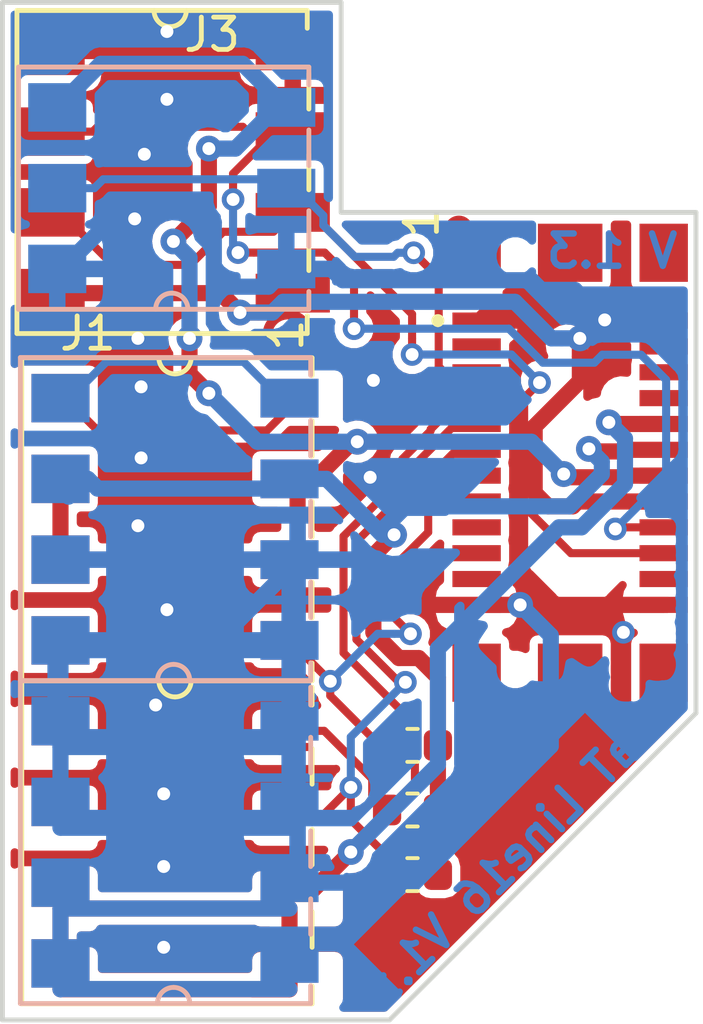
<source format=kicad_pcb>
(kicad_pcb (version 20190907) (host pcbnew "(5.99.0-375-g4460af5be-dirty)+6.0.0~dev1-1")

  (general
    (thickness 1.6)
    (drawings 10)
    (tracks 325)
    (modules 7)
    (nets 15)
  )

  (page "A4")
  (layers
    (0 "F.Cu" signal)
    (31 "B.Cu" signal)
    (32 "B.Adhes" user)
    (33 "F.Adhes" user)
    (34 "B.Paste" user)
    (35 "F.Paste" user)
    (36 "B.SilkS" user)
    (37 "F.SilkS" user)
    (38 "B.Mask" user)
    (39 "F.Mask" user)
    (40 "Dwgs.User" user)
    (41 "Cmts.User" user)
    (42 "Eco1.User" user)
    (43 "Eco2.User" user)
    (44 "Edge.Cuts" user)
    (45 "Margin" user)
    (46 "B.CrtYd" user)
    (47 "F.CrtYd" user)
    (48 "B.Fab" user)
    (49 "F.Fab" user)
  )

  (setup
    (last_trace_width 0.25)
    (user_trace_width 0.25)
    (user_trace_width 0.5)
    (trace_clearance 0.15)
    (zone_clearance 0.254)
    (zone_45_only no)
    (trace_min 0.2)
    (via_size 0.7)
    (via_drill 0.4)
    (via_min_size 0.4)
    (via_min_drill 0.3)
    (uvia_size 0.3)
    (uvia_drill 0.1)
    (uvias_allowed no)
    (uvia_min_size 0.2)
    (uvia_min_drill 0.1)
    (max_error 0.005)
    (defaults
      (edge_clearance 0.01)
      (edge_cuts_line_width 0.15)
      (courtyard_line_width 0.05)
      (copper_line_width 0.2)
      (copper_text_dims (size 1.5 1.5) (thickness 0.3))
      (silk_line_width 0.15)
      (silk_text_dims (size 1 1) (thickness 0.15))
      (other_layers_line_width 0.1)
      (other_layers_text_dims (size 1 1) (thickness 0.15))
    )
    (pad_size 0.3 0.42)
    (pad_drill 0)
    (pad_to_mask_clearance 0.051)
    (solder_mask_min_width 0.25)
    (aux_axis_origin 0 0)
    (grid_origin 145 137.2)
    (visible_elements FFFFFF7F)
    (pcbplotparams
      (layerselection 0x00008_7ffffffe)
      (usegerberextensions false)
      (usegerberattributes false)
      (usegerberadvancedattributes false)
      (creategerberjobfile false)
      (excludeedgelayer true)
      (linewidth 0.100000)
      (plotframeref false)
      (viasonmask false)
      (mode 1)
      (useauxorigin false)
      (hpglpennumber 1)
      (hpglpenspeed 20)
      (hpglpendiameter 15.000000)
      (psnegative false)
      (psa4output false)
      (plotreference true)
      (plotvalue true)
      (plotinvisibletext false)
      (padsonsilk false)
      (subtractmaskfromsilk false)
      (outputformat 1)
      (mirror false)
      (drillshape 0)
      (scaleselection 1)
      (outputdirectory "")
    )
  )

  (net 0 "")
  (net 1 "Net-(J1-Pad2)")
  (net 2 "Net-(J1-Pad1)")
  (net 3 "Net-(J1-Pad7)")
  (net 4 "Net-(J1-Pad11)")
  (net 5 "Net-(J1-Pad9)")
  (net 6 "GNDPWR")
  (net 7 "Net-(J2-Pad20)")
  (net 8 "Net-(J2-Pad18)")
  (net 9 "Net-(J10-Pad2)")
  (net 10 "+12V")
  (net 11 "GND")
  (net 12 "+24V")
  (net 13 "+5V")
  (net 14 "+3V3")

  (net_class "Default" "This is the default net class."
    (clearance 0.15)
    (trace_width 0.25)
    (via_dia 0.7)
    (via_drill 0.4)
    (uvia_dia 0.3)
    (uvia_drill 0.1)
    (add_net "Net-(J1-Pad1)")
    (add_net "Net-(J1-Pad11)")
    (add_net "Net-(J1-Pad2)")
    (add_net "Net-(J1-Pad7)")
    (add_net "Net-(J1-Pad9)")
    (add_net "Net-(J10-Pad2)")
    (add_net "Net-(J2-Pad18)")
    (add_net "Net-(J2-Pad20)")
  )

  (net_class "Power" ""
    (clearance 0.15)
    (trace_width 0.5)
    (via_dia 0.8)
    (via_drill 0.4)
    (uvia_dia 0.3)
    (uvia_drill 0.1)
    (add_net "+12V")
    (add_net "+24V")
    (add_net "+3V3")
    (add_net "+5V")
    (add_net "GND")
    (add_net "GNDPWR")
  )

  (module "localstuff:Moat_16_2side" (layer "F.Cu") (tedit 5CE0362E) (tstamp 5DBE1314)
    (at 24.4 52 -90)
    (path "/5CBE90B4")
    (attr smd)
    (fp_text reference "J1" (at -11.05 2.75) (layer "F.SilkS")
      (effects (font (size 1 1) (thickness 0.15)))
    )
    (fp_text value "Moat_Bus_16" (at -5.3 0.05 90) (layer "F.Fab")
      (effects (font (size 1 1) (thickness 0.15)))
    )
    (fp_circle (center -11 -3.45) (end -10.2 -3.45) (layer "F.Mask") (width 0.15))
    (fp_circle (center -11 -3.45) (end -10.363604 -3.45) (layer "F.Cu") (width 0.3))
    (fp_text user "1" (at -11 -3.4 90) (layer "F.SilkS")
      (effects (font (size 1 1) (thickness 0.15)))
    )
    (fp_line (start -0.307933 4.843176) (end -10.307933 4.843176) (layer "B.SilkS") (width 0.15))
    (fp_line (start -3.357933 -4.156824) (end -2.257933 -4.156824) (layer "B.SilkS") (width 0.15))
    (fp_arc (start -0.307933 0.093176) (end -0.807933 0.093176) (angle -90) (layer "B.SilkS") (width 0.15))
    (fp_line (start -10.307933 -4.156824) (end -9.757933 -4.156824) (layer "B.SilkS") (width 0.15))
    (fp_line (start -0.307933 -4.156824) (end -0.307933 4.843176) (layer "B.SilkS") (width 0.15))
    (fp_line (start -10.307933 4.843176) (end -10.307933 -4.156824) (layer "B.SilkS") (width 0.15))
    (fp_line (start 9.692067 4.843176) (end -0.307933 4.843176) (layer "B.SilkS") (width 0.15))
    (fp_line (start -8.357933 -4.156824) (end -7.257933 -4.156824) (layer "B.SilkS") (width 0.15))
    (fp_line (start -5.857933 -4.156824) (end -4.757933 -4.156824) (layer "B.SilkS") (width 0.15))
    (fp_line (start 1.45 -4.156824) (end 2.55 -4.156824) (layer "B.SilkS") (width 0.15))
    (fp_arc (start 9.692067 0.093176) (end 9.692067 -0.406824) (angle -90) (layer "B.SilkS") (width 0.15))
    (fp_line (start 6.45 -4.156824) (end 7.55 -4.156824) (layer "B.SilkS") (width 0.15))
    (fp_arc (start 9.692067 0.093176) (end 9.192067 0.093176) (angle -90) (layer "B.SilkS") (width 0.15))
    (fp_line (start -0.307933 -4.156824) (end -0.857933 -4.156824) (layer "B.SilkS") (width 0.15))
    (fp_line (start -0.1 -4.156824) (end 0.45 -4.156824) (layer "B.SilkS") (width 0.15))
    (fp_line (start 9.692067 -4.156824) (end 9.692067 4.843176) (layer "B.SilkS") (width 0.15))
    (fp_line (start -0.3 4.84) (end -0.3 -4.15) (layer "B.SilkS") (width 0.15))
    (fp_arc (start -0.307933 0.093176) (end -0.307933 -0.406824) (angle -90) (layer "B.SilkS") (width 0.15))
    (fp_line (start 9.692067 -4.156824) (end 9.142067 -4.156824) (layer "B.SilkS") (width 0.15))
    (fp_line (start 4.35 -4.156824) (end 5.45 -4.156824) (layer "B.SilkS") (width 0.15))
    (fp_line (start -0.3 4.8) (end 9.7 4.8) (layer "F.SilkS") (width 0.15))
    (fp_line (start 7.95 -4.2) (end 6.85 -4.2) (layer "F.SilkS") (width 0.15))
    (fp_arc (start -0.3 0.05) (end -0.3 -0.45) (angle 90) (layer "F.SilkS") (width 0.15))
    (fp_line (start 2.9 -4.2) (end 1.8 -4.2) (layer "F.SilkS") (width 0.15))
    (fp_arc (start -0.3 0.05) (end 0.2 0.05) (angle 90) (layer "F.SilkS") (width 0.15))
    (fp_line (start 9.7 -4.2) (end 9.15 -4.2) (layer "F.SilkS") (width 0.15))
    (fp_line (start -0.3 -4.2) (end -0.3 4.8) (layer "F.SilkS") (width 0.15))
    (fp_line (start 9.7 4.8) (end 9.7 -4.2) (layer "F.SilkS") (width 0.15))
    (fp_line (start -0.1 -4.2) (end 0.45 -4.2) (layer "F.SilkS") (width 0.15))
    (fp_line (start 5.4 -4.2) (end 4.3 -4.2) (layer "F.SilkS") (width 0.15))
    (fp_line (start -10.3 -4.2) (end -9.75 -4.2) (layer "F.SilkS") (width 0.15))
    (fp_line (start -7.25 -4.2) (end -8.35 -4.2) (layer "F.SilkS") (width 0.15))
    (fp_line (start -4.75 -4.2) (end -5.85 -4.2) (layer "F.SilkS") (width 0.15))
    (fp_line (start -2.25 -4.2) (end -3.35 -4.2) (layer "F.SilkS") (width 0.15))
    (fp_line (start -0.3 -4.2) (end -0.85 -4.2) (layer "F.SilkS") (width 0.15))
    (fp_line (start -10.3 4.8) (end -0.3 4.8) (layer "F.SilkS") (width 0.15))
    (fp_line (start -0.3 4.8) (end -0.3 -4.2) (layer "F.SilkS") (width 0.15))
    (fp_line (start -10.3 -4.2) (end -10.3 4.8) (layer "F.SilkS") (width 0.15))
    (fp_arc (start -10.3 0.05) (end -9.8 0.05) (angle 90) (layer "F.SilkS") (width 0.15))
    (fp_arc (start -10.3 0.05) (end -10.3 -0.45) (angle 90) (layer "F.SilkS") (width 0.15))
    (pad "2" smd rect (at -9.05 -3.5 90) (size 1.2 1.8) (layers "B.Cu" "B.Paste" "B.Mask")
      (net 1 "Net-(J1-Pad2)"))
    (pad "4" smd rect (at -6.55 -3.5 90) (size 1.2 1.8) (layers "B.Cu" "B.Paste" "B.Mask")
      (net 10 "+12V"))
    (pad "6" smd rect (at -4.05 3.6 90) (size 1.5 1.8) (layers "B.Cu" "B.Paste" "B.Mask")
      (net 11 "GND"))
    (pad "10" smd rect (at 0.95 3.6 90) (size 1.5 1.8) (layers "B.Cu" "B.Paste" "B.Mask")
      (net 11 "GND"))
    (pad "16" smd rect (at 8.45 3.6 90) (size 1.5 1.8) (layers "B.Cu" "B.Paste" "B.Mask")
      (net 6 "GNDPWR"))
    (pad "4" smd rect (at -6.55 3.6 90) (size 1.5 1.8) (layers "B.Cu" "B.Paste" "B.Mask")
      (net 10 "+12V"))
    (pad "10" smd rect (at 0.95 -3.5 90) (size 1.2 1.8) (layers "B.Cu" "B.Paste" "B.Mask")
      (net 11 "GND"))
    (pad "12" smd rect (at 3.45 -3.5 90) (size 1.2 1.8) (layers "B.Cu" "B.Paste" "B.Mask")
      (net 11 "GND"))
    (pad "14" smd rect (at 5.95 -3.5 90) (size 1.2 1.8) (layers "B.Cu" "B.Paste" "B.Mask")
      (net 6 "GNDPWR"))
    (pad "16" smd rect (at 8.45 -3.5 90) (size 1.2 1.8) (layers "B.Cu" "B.Paste" "B.Mask")
      (net 6 "GNDPWR"))
    (pad "14" smd rect (at 5.95 3.6 90) (size 1.5 1.8) (layers "B.Cu" "B.Paste" "B.Mask")
      (net 6 "GNDPWR"))
    (pad "12" smd rect (at 3.45 3.6 90) (size 1.5 1.8) (layers "B.Cu" "B.Paste" "B.Mask")
      (net 11 "GND"))
    (pad "8" smd rect (at -1.55 3.6 90) (size 1.5 1.8) (layers "B.Cu" "B.Paste" "B.Mask")
      (net 11 "GND"))
    (pad "8" smd rect (at -1.55 -3.5 90) (size 1.2 1.8) (layers "B.Cu" "B.Paste" "B.Mask")
      (net 11 "GND"))
    (pad "2" smd rect (at -9.05 3.6 90) (size 1.5 1.8) (layers "B.Cu" "B.Paste" "B.Mask")
      (net 1 "Net-(J1-Pad2)"))
    (pad "6" smd rect (at -4.05 -3.5 90) (size 1.2 1.8) (layers "B.Cu" "B.Paste" "B.Mask")
      (net 11 "GND"))
    (pad "15" smd rect (at 8.45 3.6 270) (size 1.5 1.8) (layers "F.Cu" "F.Paste" "F.Mask")
      (net 12 "+24V"))
    (pad "9" smd rect (at 0.95 3.6 270) (size 1.5 1.8) (layers "F.Cu" "F.Paste" "F.Mask")
      (net 5 "Net-(J1-Pad9)"))
    (pad "15" smd rect (at 8.45 -3.5 270) (size 1.2 1.8) (layers "F.Cu" "F.Paste" "F.Mask")
      (net 12 "+24V"))
    (pad "13" smd rect (at 5.95 -3.5 270) (size 1.2 1.8) (layers "F.Cu" "F.Paste" "F.Mask")
      (net 12 "+24V"))
    (pad "11" smd rect (at 3.45 -3.5 270) (size 1.2 1.8) (layers "F.Cu" "F.Paste" "F.Mask")
      (net 4 "Net-(J1-Pad11)"))
    (pad "9" smd rect (at 0.95 -3.5 270) (size 1.2 1.8) (layers "F.Cu" "F.Paste" "F.Mask")
      (net 5 "Net-(J1-Pad9)"))
    (pad "11" smd rect (at 3.45 3.6 270) (size 1.5 1.8) (layers "F.Cu" "F.Paste" "F.Mask")
      (net 4 "Net-(J1-Pad11)"))
    (pad "13" smd rect (at 5.95 3.6 270) (size 1.5 1.8) (layers "F.Cu" "F.Paste" "F.Mask")
      (net 12 "+24V"))
    (pad "7" smd rect (at -1.55 3.6 270) (size 1.5 1.8) (layers "F.Cu" "F.Paste" "F.Mask")
      (net 3 "Net-(J1-Pad7)"))
    (pad "5" smd rect (at -4.05 3.6 270) (size 1.5 1.8) (layers "F.Cu" "F.Paste" "F.Mask")
      (net 13 "+5V"))
    (pad "3" smd rect (at -6.55 3.6 270) (size 1.5 1.8) (layers "F.Cu" "F.Paste" "F.Mask")
      (net 13 "+5V"))
    (pad "1" smd rect (at -9.05 3.6 270) (size 1.5 1.8) (layers "F.Cu" "F.Paste" "F.Mask")
      (net 2 "Net-(J1-Pad1)"))
    (pad "1" smd rect (at -9.05 -3.5 270) (size 1.2 1.8) (layers "F.Cu" "F.Paste" "F.Mask")
      (net 2 "Net-(J1-Pad1)"))
    (pad "3" smd rect (at -6.55 -3.5 270) (size 1.2 1.8) (layers "F.Cu" "F.Paste" "F.Mask")
      (net 13 "+5V"))
    (pad "5" smd rect (at -4.05 -3.5 270) (size 1.2 1.8) (layers "F.Cu" "F.Paste" "F.Mask")
      (net 13 "+5V"))
    (pad "7" smd rect (at -1.55 -3.5 270) (size 1.2 1.8) (layers "F.Cu" "F.Paste" "F.Mask")
      (net 3 "Net-(J1-Pad7)"))
    (model ":moat3d:9276-4.wrl"
      (offset (xyz -10.2 -4.7 0))
      (scale (xyz 0.39 0.39 0.39))
      (rotate (xyz -90 0 0))
    )
    (model ":moat3d:9276-4.wrl"
      (offset (xyz -0.3 -4.7 0))
      (scale (xyz 0.39 0.39 0.39))
      (rotate (xyz -90 0 0))
    )
    (model ":moat3d:9276-4.wrl"
      (offset (xyz -0.3 -4.7 -1.61))
      (scale (xyz 0.39 0.39 0.39))
      (rotate (xyz 90 0 180))
    )
    (model ":moat3d:9276-4.wrl"
      (offset (xyz 9.6 -4.7 -1.61))
      (scale (xyz 0.39 0.39 0.39))
      (rotate (xyz 90 0 180))
    )
  )

  (module "localstuff:AVX_9276_3Pin" (layer "B.Cu") (tedit 5DB876B0) (tstamp 5CDF021F)
    (at 24.25 36.45 90)
    (path "/5CFBEEC8")
    (fp_text reference "J10" (at 1 5.5 90) (layer "B.SilkS") hide
      (effects (font (size 1 1) (thickness 0.15)) (justify mirror))
    )
    (fp_text value "1wireConn" (at 0 0 90) (layer "B.Fab")
      (effects (font (size 1 1) (thickness 0.15)) (justify mirror))
    )
    (fp_line (start -3.75 4.25) (end -3.2 4.25) (layer "B.SilkS") (width 0.15))
    (fp_line (start -0.7 4.25) (end -1.8 4.25) (layer "B.SilkS") (width 0.15))
    (fp_line (start 1.8 4.25) (end 0.7 4.25) (layer "B.SilkS") (width 0.15))
    (fp_line (start 3.75 4.25) (end 3.2 4.25) (layer "B.SilkS") (width 0.15))
    (fp_line (start -3.75 -4.75) (end 3.75 -4.75) (layer "B.SilkS") (width 0.15))
    (fp_line (start 3.75 -4.75) (end 3.75 4.25) (layer "B.SilkS") (width 0.15))
    (fp_line (start -3.75 4.25) (end -3.75 -4.75) (layer "B.SilkS") (width 0.15))
    (fp_arc (start -3.75 0) (end -3.25 0) (angle -90) (layer "B.SilkS") (width 0.15))
    (fp_arc (start -3.75 0) (end -3.75 0.5) (angle -90) (layer "B.SilkS") (width 0.15))
    (pad "3" smd rect (at 2.5 -3.55 90) (size 1.5 1.8) (layers "B.Cu" "B.Paste" "B.Mask")
      (net 13 "+5V"))
    (pad "2" smd rect (at 0 -3.55 90) (size 1.5 1.8) (layers "B.Cu" "B.Paste" "B.Mask")
      (net 9 "Net-(J10-Pad2)"))
    (pad "1" smd rect (at -2.5 -3.55 90) (size 1.5 1.8) (layers "B.Cu" "B.Paste" "B.Mask")
      (net 11 "GND"))
    (pad "1" smd rect (at -2.5 3.55 90) (size 1.2 1.8) (layers "B.Cu" "B.Paste" "B.Mask")
      (net 11 "GND"))
    (pad "2" smd rect (at 0 3.55 90) (size 1.2 1.8) (layers "B.Cu" "B.Paste" "B.Mask")
      (net 9 "Net-(J10-Pad2)"))
    (pad "3" smd rect (at 2.5 3.55 90) (size 1.2 1.8) (layers "B.Cu" "B.Paste" "B.Mask")
      (net 13 "+5V"))
    (model ":moat3d:9276-3.wrl"
      (offset (xyz -3.7 -4.7 0.01))
      (scale (xyz 0.39 0.39 0.39))
      (rotate (xyz -90 0 0))
    )
  )

  (module "localstuff:AVX_9276_4Pin_HS" (layer "F.Cu") (tedit 5CE00E0C) (tstamp 5DBDEF4D)
    (at 24.2 35.95 -90)
    (path "/5DC068C1")
    (fp_text reference "J3" (at -4.25 -1.3 180) (layer "F.SilkS")
      (effects (font (size 1 1) (thickness 0.15)))
    )
    (fp_text value "I2C" (at 0 0 -90) (layer "F.Fab") hide
      (effects (font (size 1 1) (thickness 0.15)))
    )
    (fp_line (start -5 -4.25) (end -4.45 -4.25) (layer "F.SilkS") (width 0.15))
    (fp_line (start -1.95 -4.3) (end -3.05 -4.3) (layer "F.SilkS") (width 0.15))
    (fp_line (start 0.55 -4.3) (end -0.55 -4.3) (layer "F.SilkS") (width 0.15))
    (fp_line (start 3.05 -4.3) (end 1.95 -4.3) (layer "F.SilkS") (width 0.15))
    (fp_line (start 5 -4.25) (end 4.45 -4.25) (layer "F.SilkS") (width 0.15))
    (fp_line (start -5 4.75) (end 5 4.75) (layer "F.SilkS") (width 0.15))
    (fp_line (start 5 4.75) (end 5 -4.25) (layer "F.SilkS") (width 0.15))
    (fp_line (start -5 -4.25) (end -5 4.75) (layer "F.SilkS") (width 0.15))
    (fp_arc (start -5 0) (end -4.5 0) (angle 90) (layer "F.SilkS") (width 0.15))
    (fp_arc (start -5 0) (end -5 -0.5) (angle 90) (layer "F.SilkS") (width 0.15))
    (pad "4" smd rect (at 3.75 3.7 270) (size 1.5 2.1) (layers "F.Cu" "F.Paste" "F.Mask")
      (net 14 "+3V3"))
    (pad "3" smd rect (at 1.25 3.7 270) (size 1.5 2.1) (layers "F.Cu" "F.Paste" "F.Mask")
      (net 7 "Net-(J2-Pad20)"))
    (pad "2" smd rect (at -1.25 3.7 270) (size 1.5 2.1) (layers "F.Cu" "F.Paste" "F.Mask")
      (net 8 "Net-(J2-Pad18)"))
    (pad "1" smd rect (at -3.75 3.7 270) (size 1.5 2.1) (layers "F.Cu" "F.Paste" "F.Mask")
      (net 11 "GND"))
    (pad "1" smd rect (at -3.75 -3.8 270) (size 1.2 2.3) (layers "F.Cu" "F.Paste" "F.Mask")
      (net 11 "GND"))
    (pad "2" smd rect (at -1.25 -3.8 270) (size 1.2 2.3) (layers "F.Cu" "F.Paste" "F.Mask")
      (net 8 "Net-(J2-Pad18)"))
    (pad "3" smd rect (at 1.25 -3.8 270) (size 1.2 2.3) (layers "F.Cu" "F.Paste" "F.Mask")
      (net 7 "Net-(J2-Pad20)"))
    (pad "4" smd rect (at 3.75 -3.8 270) (size 1.2 2.3) (layers "F.Cu" "F.Paste" "F.Mask")
      (net 14 "+3V3"))
    (model ":moat3d:9276-4.wrl"
      (offset (xyz -5 -4.7 0.01))
      (scale (xyz 0.39 0.39 0.39))
      (rotate (xyz -90 0 0))
    )
  )

  (module "Resistor_SMD:R_0603_1608Metric" (layer "F.Cu") (tedit 5B301BBD) (tstamp 5DBDFFAE)
    (at 31.7125 53.7)
    (descr "Resistor SMD 0603 (1608 Metric), square (rectangular) end terminal, IPC_7351 nominal, (Body size source: http://www.tortai-tech.com/upload/download/2011102023233369053.pdf), generated with kicad-footprint-generator")
    (tags "resistor")
    (path "/5DBB42C0")
    (attr smd)
    (fp_text reference "R7" (at 0 -1.43) (layer "F.SilkS") hide
      (effects (font (size 1 1) (thickness 0.15)))
    )
    (fp_text value "470" (at 0 1.43) (layer "F.Fab")
      (effects (font (size 1 1) (thickness 0.15)))
    )
    (fp_text user "%R" (at 0 0) (layer "F.Fab")
      (effects (font (size 0.4 0.4) (thickness 0.06)))
    )
    (fp_line (start 1.48 0.73) (end -1.48 0.73) (layer "F.CrtYd") (width 0.05))
    (fp_line (start 1.48 -0.73) (end 1.48 0.73) (layer "F.CrtYd") (width 0.05))
    (fp_line (start -1.48 -0.73) (end 1.48 -0.73) (layer "F.CrtYd") (width 0.05))
    (fp_line (start -1.48 0.73) (end -1.48 -0.73) (layer "F.CrtYd") (width 0.05))
    (fp_line (start -0.162779 0.51) (end 0.162779 0.51) (layer "F.SilkS") (width 0.12))
    (fp_line (start -0.162779 -0.51) (end 0.162779 -0.51) (layer "F.SilkS") (width 0.12))
    (fp_line (start 0.8 0.4) (end -0.8 0.4) (layer "F.Fab") (width 0.1))
    (fp_line (start 0.8 -0.4) (end 0.8 0.4) (layer "F.Fab") (width 0.1))
    (fp_line (start -0.8 -0.4) (end 0.8 -0.4) (layer "F.Fab") (width 0.1))
    (fp_line (start -0.8 0.4) (end -0.8 -0.4) (layer "F.Fab") (width 0.1))
    (pad "2" smd roundrect (at 0.7875 0) (size 0.875 0.95) (layers "F.Cu" "F.Paste" "F.Mask") (roundrect_rratio 0.25)
      (net 10 "+12V"))
    (pad "1" smd roundrect (at -0.7875 0) (size 0.875 0.95) (layers "F.Cu" "F.Paste" "F.Mask") (roundrect_rratio 0.25)
      (net 3 "Net-(J1-Pad7)"))
    (model "${KISYS3DMOD}/Resistor_SMD.3dshapes/R_0603_1608Metric.wrl"
      (at (xyz 0 0 0))
      (scale (xyz 1 1 1))
      (rotate (xyz 0 0 0))
    )
  )

  (module "localstuff:TE_1775014_socket" (layer "F.Cu") (tedit 5DB86EF1) (tstamp 5DB9546B)
    (at 36.6 44.95 -90)
    (descr "TE Connectivity 1775014 0.8mm connector")
    (tags "Connector")
    (path "/5CC3E238")
    (fp_text reference "J2" (at 0 -5.5 90) (layer "F.SilkS") hide
      (effects (font (size 1.27 1.27) (thickness 0.254)))
    )
    (fp_text value "Moat_Bus_wire" (at 0 0 90) (layer "F.SilkS") hide
      (effects (font (size 1.27 1.27) (thickness 0.254)))
    )
    (fp_text user "1" (at -7.45 4.6 90) (layer "F.SilkS")
      (effects (font (size 1 1) (thickness 0.15)))
    )
    (fp_circle (center -7.2 3.45) (end -6.9 3.45) (layer "F.Cu") (width 0.3))
    (fp_line (start 7.5 -3.8) (end -7.5 -3.8) (layer "F.CrtYd") (width 0.1))
    (fp_line (start 7.5 3.8) (end 7.5 -3.8) (layer "F.CrtYd") (width 0.1))
    (fp_line (start -7.5 3.8) (end 7.5 3.8) (layer "F.CrtYd") (width 0.1))
    (fp_line (start -7.5 -3.8) (end -7.5 3.8) (layer "F.CrtYd") (width 0.1))
    (fp_text user "%R" (at -1.85 4.8 -90) (layer "F.Fab")
      (effects (font (size 1.27 1.27) (thickness 0.254)))
    )
    (fp_line (start -6.9 -3.15) (end 6.9 -3.15) (layer "F.Fab") (width 0.2))
    (fp_line (start 6.9 -3.15) (end 6.9 3.15) (layer "F.Fab") (width 0.2))
    (fp_line (start 6.9 3.15) (end -6.9 3.15) (layer "F.Fab") (width 0.2))
    (fp_line (start -6.9 3.15) (end -6.9 -3.15) (layer "F.Fab") (width 0.2))
    (fp_line (start -4.5 4.1) (end -4.5 4.1) (layer "F.SilkS") (width 0.2))
    (fp_line (start -4.3 4.1) (end -4.3 4.1) (layer "F.SilkS") (width 0.2))
    (fp_arc (start -4.4 4.1) (end -4.5 4.1) (angle -180) (layer "F.SilkS") (width 0.2))
    (fp_arc (start -4.4 4.1) (end -4.3 4.1) (angle -180) (layer "F.SilkS") (width 0.2))
    (pad "1" smd rect (at -4.4 2.9 270) (size 0.5 1.5) (layers "F.Cu" "F.Paste")
      (net 11 "GND"))
    (pad "2" smd rect (at -4.4 -2.9 270) (size 0.5 1.5) (layers "F.Cu" "F.Paste")
      (net 11 "GND"))
    (pad "3" smd rect (at -3.6 2.9 270) (size 0.5 1.5) (layers "F.Cu" "F.Paste"))
    (pad "4" smd rect (at -3.6 -2.9 270) (size 0.5 1.5) (layers "F.Cu" "F.Paste"))
    (pad "5" smd rect (at -2.8 2.9 270) (size 0.5 1.5) (layers "F.Cu" "F.Paste")
      (net 9 "Net-(J10-Pad2)"))
    (pad "6" smd rect (at -2.8 -2.9 270) (size 0.5 1.5) (layers "F.Cu" "F.Paste"))
    (pad "7" smd rect (at -2 2.9 270) (size 0.5 1.5) (layers "F.Cu" "F.Paste")
      (net 5 "Net-(J1-Pad9)"))
    (pad "8" smd rect (at -2 -2.9 270) (size 0.5 1.5) (layers "F.Cu" "F.Paste"))
    (pad "9" smd rect (at -1.2 2.9 270) (size 0.5 1.5) (layers "F.Cu" "F.Paste")
      (net 4 "Net-(J1-Pad11)"))
    (pad "10" smd rect (at -1.2 -2.9 270) (size 0.5 1.5) (layers "F.Cu" "F.Paste")
      (net 12 "+24V"))
    (pad "11" smd rect (at -0.4 2.9 270) (size 0.5 1.5) (layers "F.Cu" "F.Paste")
      (net 3 "Net-(J1-Pad7)"))
    (pad "12" smd rect (at -0.4 -2.9 270) (size 0.5 1.5) (layers "F.Cu" "F.Paste")
      (net 10 "+12V"))
    (pad "13" smd rect (at 0.4 2.9 270) (size 0.5 1.5) (layers "F.Cu" "F.Paste"))
    (pad "14" smd rect (at 0.4 -2.9 270) (size 0.5 1.5) (layers "F.Cu" "F.Paste")
      (net 13 "+5V"))
    (pad "15" smd rect (at 1.2 2.9 270) (size 0.5 1.5) (layers "F.Cu" "F.Paste"))
    (pad "16" smd rect (at 1.2 -2.9 270) (size 0.5 1.5) (layers "F.Cu" "F.Paste")
      (net 14 "+3V3"))
    (pad "17" smd rect (at 2 2.9 270) (size 0.5 1.5) (layers "F.Cu" "F.Paste"))
    (pad "18" smd rect (at 2 -2.9 270) (size 0.5 1.5) (layers "F.Cu" "F.Paste")
      (net 8 "Net-(J2-Pad18)"))
    (pad "19" smd rect (at 2.8 2.9 270) (size 0.5 1.5) (layers "F.Cu" "F.Paste"))
    (pad "20" smd rect (at 2.8 -2.9 270) (size 0.5 1.5) (layers "F.Cu" "F.Paste")
      (net 7 "Net-(J2-Pad20)"))
    (pad "21" smd rect (at 3.6 2.9 270) (size 0.5 1.5) (layers "F.Cu" "F.Paste"))
    (pad "22" smd rect (at 3.6 -2.9 270) (size 0.5 1.5) (layers "F.Cu" "F.Paste"))
    (pad "23" smd rect (at 4.4 2.9 270) (size 0.5 1.5) (layers "F.Cu" "F.Paste")
      (net 6 "GNDPWR"))
    (pad "24" smd rect (at 4.4 -2.9 270) (size 0.5 1.5) (layers "F.Cu" "F.Paste")
      (net 6 "GNDPWR"))
    (pad "MNT" smd rect (at -6.5 2.9) (size 1.5 1.8) (layers "F.Cu" "F.Paste"))
    (pad "MNT" smd rect (at -6.5 -2.9) (size 1.5 1.8) (layers "F.Cu" "F.Paste"))
    (pad "MNT" smd rect (at 6.5 2.9) (size 1.5 1.8) (layers "F.Cu" "F.Paste"))
    (pad "MNT" smd rect (at 6.5 -2.9) (size 1.5 1.8) (layers "F.Cu" "F.Paste"))
    (pad "MNT" smd rect (at -6.5 0 270) (size 1.8 2) (layers "F.Cu" "F.Paste"))
    (pad "MNT" smd rect (at 6.5 0 270) (size 1.8 2) (layers "F.Cu" "F.Paste"))
    (pad "" np_thru_hole circle (at -6.4 1.7 270) (size 0.65 0.65) (drill 0.65) (layers *.Cu *.Mask))
    (pad "" np_thru_hole circle (at 6.4 1.7 270) (size 0.65 0.65) (drill 0.65) (layers *.Cu *.Mask))
    (model ":moat3d:1775014-2.stp"
      (offset (xyz 0 0 2.4))
      (scale (xyz 1 1 1))
      (rotate (xyz 0 0 0))
    )
  )

  (module "Resistor_SMD:R_0603_1608Metric" (layer "F.Cu") (tedit 5B301BBD) (tstamp 5DBE000E)
    (at 31.7125 55.7 180)
    (descr "Resistor SMD 0603 (1608 Metric), square (rectangular) end terminal, IPC_7351 nominal, (Body size source: http://www.tortai-tech.com/upload/download/2011102023233369053.pdf), generated with kicad-footprint-generator")
    (tags "resistor")
    (path "/5CD000B0")
    (attr smd)
    (fp_text reference "R5" (at 0 -1.43) (layer "F.SilkS") hide
      (effects (font (size 1 1) (thickness 0.15)))
    )
    (fp_text value "470" (at 0 1.43) (layer "F.Fab") hide
      (effects (font (size 1 1) (thickness 0.15)))
    )
    (fp_text user "%R" (at 0 0) (layer "F.Fab")
      (effects (font (size 0.4 0.4) (thickness 0.06)))
    )
    (fp_line (start 1.48 0.73) (end -1.48 0.73) (layer "F.CrtYd") (width 0.05))
    (fp_line (start 1.48 -0.73) (end 1.48 0.73) (layer "F.CrtYd") (width 0.05))
    (fp_line (start -1.48 -0.73) (end 1.48 -0.73) (layer "F.CrtYd") (width 0.05))
    (fp_line (start -1.48 0.73) (end -1.48 -0.73) (layer "F.CrtYd") (width 0.05))
    (fp_line (start -0.162779 0.51) (end 0.162779 0.51) (layer "F.SilkS") (width 0.12))
    (fp_line (start -0.162779 -0.51) (end 0.162779 -0.51) (layer "F.SilkS") (width 0.12))
    (fp_line (start 0.8 0.4) (end -0.8 0.4) (layer "F.Fab") (width 0.1))
    (fp_line (start 0.8 -0.4) (end 0.8 0.4) (layer "F.Fab") (width 0.1))
    (fp_line (start -0.8 -0.4) (end 0.8 -0.4) (layer "F.Fab") (width 0.1))
    (fp_line (start -0.8 0.4) (end -0.8 -0.4) (layer "F.Fab") (width 0.1))
    (pad "2" smd roundrect (at 0.7875 0 180) (size 0.875 0.95) (layers "F.Cu" "F.Paste" "F.Mask") (roundrect_rratio 0.25)
      (net 5 "Net-(J1-Pad9)"))
    (pad "1" smd roundrect (at -0.7875 0 180) (size 0.875 0.95) (layers "F.Cu" "F.Paste" "F.Mask") (roundrect_rratio 0.25)
      (net 10 "+12V"))
    (model "${KISYS3DMOD}/Resistor_SMD.3dshapes/R_0603_1608Metric.wrl"
      (at (xyz 0 0 0))
      (scale (xyz 1 1 1))
      (rotate (xyz 0 0 0))
    )
  )

  (module "Resistor_SMD:R_0603_1608Metric" (layer "F.Cu") (tedit 5B301BBD) (tstamp 5DBDFFDE)
    (at 31.7125 57.7)
    (descr "Resistor SMD 0603 (1608 Metric), square (rectangular) end terminal, IPC_7351 nominal, (Body size source: http://www.tortai-tech.com/upload/download/2011102023233369053.pdf), generated with kicad-footprint-generator")
    (tags "resistor")
    (path "/5CD009C5")
    (attr smd)
    (fp_text reference "R6" (at 0 -1.43) (layer "F.SilkS") hide
      (effects (font (size 1 1) (thickness 0.15)))
    )
    (fp_text value "470" (at 0 1.43) (layer "F.Fab") hide
      (effects (font (size 1 1) (thickness 0.15)))
    )
    (fp_text user "%R" (at 0 0) (layer "F.Fab")
      (effects (font (size 0.4 0.4) (thickness 0.06)))
    )
    (fp_line (start 1.48 0.73) (end -1.48 0.73) (layer "F.CrtYd") (width 0.05))
    (fp_line (start 1.48 -0.73) (end 1.48 0.73) (layer "F.CrtYd") (width 0.05))
    (fp_line (start -1.48 -0.73) (end 1.48 -0.73) (layer "F.CrtYd") (width 0.05))
    (fp_line (start -1.48 0.73) (end -1.48 -0.73) (layer "F.CrtYd") (width 0.05))
    (fp_line (start -0.162779 0.51) (end 0.162779 0.51) (layer "F.SilkS") (width 0.12))
    (fp_line (start -0.162779 -0.51) (end 0.162779 -0.51) (layer "F.SilkS") (width 0.12))
    (fp_line (start 0.8 0.4) (end -0.8 0.4) (layer "F.Fab") (width 0.1))
    (fp_line (start 0.8 -0.4) (end 0.8 0.4) (layer "F.Fab") (width 0.1))
    (fp_line (start -0.8 -0.4) (end 0.8 -0.4) (layer "F.Fab") (width 0.1))
    (fp_line (start -0.8 0.4) (end -0.8 -0.4) (layer "F.Fab") (width 0.1))
    (pad "2" smd roundrect (at 0.7875 0) (size 0.875 0.95) (layers "F.Cu" "F.Paste" "F.Mask") (roundrect_rratio 0.25)
      (net 10 "+12V"))
    (pad "1" smd roundrect (at -0.7875 0) (size 0.875 0.95) (layers "F.Cu" "F.Paste" "F.Mask") (roundrect_rratio 0.25)
      (net 4 "Net-(J1-Pad11)"))
    (model "${KISYS3DMOD}/Resistor_SMD.3dshapes/R_0603_1608Metric.wrl"
      (at (xyz 0 0 0))
      (scale (xyz 1 1 1))
      (rotate (xyz 0 0 0))
    )
  )

  (gr_text "V1.1" (at 31.6 60.4 45) (layer "B.Cu")
    (effects (font (size 1 1) (thickness 0.2)) (justify mirror))
  )
  (gr_text "V 1.3" (at 37.9 38.4) (layer "B.Cu")
    (effects (font (size 1 1) (thickness 0.2)) (justify mirror))
  )
  (gr_text "MoaT Line16" (at 36.6 55.4 45) (layer "B.Cu")
    (effects (font (size 1 1) (thickness 0.2)) (justify mirror))
  )
  (gr_line (start 29.5 37.2) (end 40.5 37.2) (layer "Edge.Cuts") (width 0.15) (tstamp 5DBE69D2))
  (gr_line (start 29.5 30.7) (end 29.5 37.2) (layer "Edge.Cuts") (width 0.15))
  (gr_line (start 19 62.2) (end 19 30.7) (layer "Edge.Cuts") (width 0.15) (tstamp 5DBDFF56))
  (gr_line (start 31 62.2) (end 19 62.2) (layer "Edge.Cuts") (width 0.15))
  (gr_line (start 40.5 52.7) (end 31 62.2) (layer "Edge.Cuts") (width 0.15) (tstamp 5DBDFF9C))
  (gr_line (start 40.5 37.2) (end 40.5 52.7) (layer "Edge.Cuts") (width 0.15))
  (gr_line (start 19 30.7) (end 29.5 30.7) (layer "Edge.Cuts") (width 0.15))

  (segment (start 20.8 43.25) (end 22.225002 41.824998) (width 0.25) (layer "B.Cu") (net 1))
  (segment (start 22.225002 41.824998) (end 26.474998 41.824998) (width 0.25) (layer "B.Cu") (net 1))
  (segment (start 26.474998 41.824998) (end 27.9 43.25) (width 0.25) (layer "B.Cu") (net 1))
  (segment (start 27.2 43.95) (end 27.9 43.25) (width 0.25) (layer "F.Cu") (net 2))
  (segment (start 20.65 42.95) (end 20.95 42.95) (width 0.25) (layer "F.Cu") (net 2))
  (segment (start 20.95 42.95) (end 21.95 43.95) (width 0.25) (layer "F.Cu") (net 2))
  (segment (start 21.95 43.95) (end 27.2 43.95) (width 0.25) (layer "F.Cu") (net 2))
  (segment (start 27.9 50.75) (end 26.75 50.75) (width 0.25) (layer "F.Cu") (net 3) (status 10))
  (segment (start 20.8 50.75) (end 27.9 50.75) (width 0.25) (layer "F.Cu") (net 3) (status 30))
  (segment (start 29.163653 51.713653) (end 28.2 50.75) (width 0.25) (layer "F.Cu") (net 3) (status 20))
  (segment (start 28.2 50.75) (end 27.9 50.75) (width 0.25) (layer "F.Cu") (net 3) (status 30))
  (via (at 29.163653 51.713653) (size 0.7) (drill 0.4) (layers "F.Cu" "B.Cu") (net 3))
  (segment (start 29.163653 52.163653) (end 29.163653 51.713653) (width 0.25) (layer "F.Cu") (net 3))
  (segment (start 30.463388 53.463388) (end 29.163653 52.163653) (width 0.25) (layer "F.Cu") (net 3))
  (segment (start 30.925 53.7) (end 30.463388 54.161612) (width 0.25) (layer "F.Cu") (net 3) (status 10))
  (segment (start 30.463388 54.161612) (end 30.463388 53.463388) (width 0.25) (layer "F.Cu") (net 3))
  (segment (start 31.155016 50.245801) (end 31.64999 50.245801) (width 0.25) (layer "B.Cu") (net 3))
  (via (at 31.64999 50.245801) (size 0.7) (drill 0.4) (layers "F.Cu" "B.Cu") (net 3))
  (segment (start 30.631505 50.245801) (end 31.155016 50.245801) (width 0.25) (layer "B.Cu") (net 3))
  (segment (start 29.163653 51.713653) (end 30.631505 50.245801) (width 0.25) (layer "B.Cu") (net 3))
  (segment (start 31.025034 49.620845) (end 31.299991 49.895802) (width 0.25) (layer "F.Cu") (net 3))
  (segment (start 32.200022 45.431378) (end 32.200022 47.100966) (width 0.25) (layer "F.Cu") (net 3))
  (segment (start 31.299991 49.895802) (end 31.64999 50.245801) (width 0.25) (layer "F.Cu") (net 3))
  (segment (start 33.0814 44.55) (end 32.200022 45.431378) (width 0.25) (layer "F.Cu") (net 3))
  (segment (start 33.7 44.55) (end 33.0814 44.55) (width 0.25) (layer "F.Cu") (net 3))
  (segment (start 32.200022 47.100966) (end 31.025034 48.275954) (width 0.25) (layer "F.Cu") (net 3))
  (segment (start 31.025034 48.275954) (end 31.025034 49.620845) (width 0.25) (layer "F.Cu") (net 3))
  (segment (start 20.8 56.25) (end 27.9 56.25) (width 0.25) (layer "F.Cu") (net 4) (status 30))
  (via (at 29.799988 55) (size 0.7) (drill 0.4) (layers "F.Cu" "B.Cu") (net 4))
  (segment (start 28.849988 55.95) (end 29.799988 55) (width 0.25) (layer "F.Cu") (net 4) (status 10))
  (segment (start 28.15 55.95) (end 28.849988 55.95) (width 0.25) (layer "F.Cu") (net 4) (status 30))
  (segment (start 29.799988 55.999988) (end 29.799988 55) (width 0.25) (layer "F.Cu") (net 4))
  (segment (start 30.925 57.7) (end 30.925 57.125) (width 0.25) (layer "F.Cu") (net 4) (status 10))
  (segment (start 30.925 57.125) (end 29.799988 55.999988) (width 0.25) (layer "F.Cu") (net 4))
  (via (at 31.492061 51.745813) (size 0.7) (drill 0.4) (layers "F.Cu" "B.Cu") (net 4))
  (segment (start 31.142062 52.095812) (end 31.492061 51.745813) (width 0.25) (layer "B.Cu") (net 4))
  (segment (start 29.799988 53.437886) (end 31.142062 52.095812) (width 0.25) (layer "B.Cu") (net 4))
  (segment (start 29.799988 55) (end 29.799988 53.437886) (width 0.25) (layer "B.Cu") (net 4))
  (segment (start 29.975012 47.390688) (end 29.975012 50.423304) (width 0.25) (layer "F.Cu") (net 4))
  (segment (start 31.800011 45.565689) (end 29.975012 47.390688) (width 0.25) (layer "F.Cu") (net 4))
  (segment (start 31.297521 51.745813) (end 31.492061 51.745813) (width 0.25) (layer "F.Cu") (net 4))
  (segment (start 29.975012 50.423304) (end 31.297521 51.745813) (width 0.25) (layer "F.Cu") (net 4))
  (segment (start 31.800011 44.999992) (end 31.800011 45.565689) (width 0.25) (layer "F.Cu") (net 4))
  (segment (start 33.050003 43.75) (end 31.800011 44.999992) (width 0.25) (layer "F.Cu") (net 4))
  (segment (start 33.7 43.75) (end 33.050003 43.75) (width 0.25) (layer "F.Cu") (net 4))
  (segment (start 20.8 53.75) (end 28.450002 53.75) (width 0.25) (layer "F.Cu") (net 5) (status 30))
  (segment (start 27.9 53.75) (end 28.2 53.75) (width 0.25) (layer "F.Cu") (net 5) (status 30))
  (segment (start 28.975006 53.25) (end 27.9 53.25) (width 0.25) (layer "F.Cu") (net 5) (status 30))
  (segment (start 30.463388 54.738382) (end 28.975006 53.25) (width 0.25) (layer "F.Cu") (net 5) (status 20))
  (segment (start 30.463388 55.238388) (end 30.463388 54.738382) (width 0.25) (layer "F.Cu") (net 5))
  (segment (start 30.925 55.7) (end 30.463388 55.238388) (width 0.25) (layer "F.Cu") (net 5) (status 10))
  (segment (start 33.45 42.95) (end 33.7 42.95) (width 0.25) (layer "F.Cu") (net 5))
  (segment (start 32.5 43.454998) (end 32.729999 43.224999) (width 0.25) (layer "F.Cu") (net 5))
  (segment (start 32.5 43.689299) (end 32.5 43.454998) (width 0.25) (layer "F.Cu") (net 5))
  (segment (start 31.4 44.834303) (end 32.274989 43.959314) (width 0.25) (layer "F.Cu") (net 5))
  (segment (start 29.575001 47.224999) (end 31.4 45.4) (width 0.25) (layer "F.Cu") (net 5))
  (segment (start 29.575001 50.835673) (end 29.575001 47.224999) (width 0.25) (layer "F.Cu") (net 5))
  (segment (start 31.78749 53.048162) (end 29.575001 50.835673) (width 0.25) (layer "F.Cu") (net 5))
  (segment (start 30.925 55.7) (end 31.78749 54.83751) (width 0.25) (layer "F.Cu") (net 5))
  (segment (start 32.274989 43.959314) (end 32.274989 43.91431) (width 0.25) (layer "F.Cu") (net 5))
  (segment (start 31.4 45.4) (end 31.4 44.834303) (width 0.25) (layer "F.Cu") (net 5))
  (segment (start 32.729999 43.224999) (end 33.175001 43.224999) (width 0.25) (layer "F.Cu") (net 5))
  (segment (start 32.274989 43.91431) (end 32.5 43.689299) (width 0.25) (layer "F.Cu") (net 5))
  (segment (start 33.175001 43.224999) (end 33.45 42.95) (width 0.25) (layer "F.Cu") (net 5))
  (segment (start 31.78749 54.83751) (end 31.78749 53.048162) (width 0.25) (layer "F.Cu") (net 5))
  (segment (start 20.8 58.75) (end 27.9 58.75) (width 0.5) (layer "B.Cu") (net 6) (status 30))
  (segment (start 20.807933 61.242067) (end 20.8 61.25) (width 0.5) (layer "B.Cu") (net 6) (status 30))
  (segment (start 27.9 61.242067) (end 20.807933 61.242067) (width 0.5) (layer "B.Cu") (net 6) (status 30))
  (segment (start 20.8 58.75) (end 20.8 61.25) (width 0.5) (layer "B.Cu") (net 6) (status 30))
  (segment (start 25.844575 37.8) (end 27.4 37.8) (width 0.25) (layer "F.Cu") (net 7))
  (segment (start 24.819573 38.825002) (end 25.844575 37.8) (width 0.25) (layer "F.Cu") (net 7))
  (segment (start 27.4 37.8) (end 28 37.2) (width 0.25) (layer "F.Cu") (net 7))
  (segment (start 22.425002 38.825002) (end 24.819573 38.825002) (width 0.25) (layer "F.Cu") (net 7))
  (segment (start 20.8 37.2) (end 22.425002 38.825002) (width 0.25) (layer "F.Cu") (net 7))
  (segment (start 20.5 37.2) (end 20.8 37.2) (width 0.25) (layer "F.Cu") (net 7))
  (via (at 31.700002 41.6) (size 0.7) (drill 0.4) (layers "F.Cu" "B.Cu") (net 7))
  (segment (start 28 37.2) (end 28.55 37.2) (width 0.25) (layer "F.Cu") (net 7))
  (segment (start 31.700002 41.105026) (end 31.700002 41.6) (width 0.25) (layer "F.Cu") (net 7))
  (segment (start 31.700002 40.350002) (end 31.700002 41.105026) (width 0.25) (layer "F.Cu") (net 7))
  (segment (start 28.55 37.2) (end 31.700002 40.350002) (width 0.25) (layer "F.Cu") (net 7))
  (segment (start 28.55 34.7) (end 29.1 35.25) (width 0.25) (layer "F.Cu") (net 8) (status 30))
  (segment (start 28 34.7) (end 28.55 34.7) (width 0.25) (layer "F.Cu") (net 8) (status 30))
  (via (at 29.899996 40.8) (size 0.7) (drill 0.4) (layers "F.Cu" "B.Cu") (net 8))
  (segment (start 28 34.7) (end 26.6 34.7) (width 0.25) (layer "F.Cu") (net 8) (status 10))
  (segment (start 21.950012 34.549988) (end 21.8 34.7) (width 0.25) (layer "F.Cu") (net 8))
  (segment (start 21.8 34.7) (end 20.5 34.7) (width 0.25) (layer "F.Cu") (net 8) (status 20))
  (segment (start 26.6 34.7) (end 26.449988 34.549988) (width 0.25) (layer "F.Cu") (net 8))
  (segment (start 26.449988 34.549988) (end 21.950012 34.549988) (width 0.25) (layer "F.Cu") (net 8))
  (segment (start 26.15001 36.305026) (end 26.15001 36.8) (width 0.25) (layer "F.Cu") (net 8))
  (via (at 26.15001 36.8) (size 0.7) (drill 0.4) (layers "F.Cu" "B.Cu") (net 8))
  (segment (start 26.15001 35.99999) (end 26.15001 36.305026) (width 0.25) (layer "F.Cu") (net 8))
  (segment (start 28 34.7) (end 27.45 34.7) (width 0.25) (layer "F.Cu") (net 8))
  (segment (start 27.45 34.7) (end 26.15001 35.99999) (width 0.25) (layer "F.Cu") (net 8))
  (segment (start 26.15001 38.290782) (end 26.303751 38.444523) (width 0.25) (layer "B.Cu") (net 8))
  (segment (start 29.899996 39.354994) (end 28.989525 38.444523) (width 0.25) (layer "F.Cu") (net 8))
  (segment (start 26.15001 36.8) (end 26.15001 38.290782) (width 0.25) (layer "B.Cu") (net 8))
  (via (at 26.303751 38.444523) (size 0.7) (drill 0.4) (layers "F.Cu" "B.Cu") (net 8))
  (segment (start 29.899996 40.8) (end 29.899996 39.354994) (width 0.25) (layer "F.Cu") (net 8))
  (segment (start 28.989525 38.444523) (end 26.798725 38.444523) (width 0.25) (layer "F.Cu") (net 8))
  (segment (start 26.798725 38.444523) (end 26.303751 38.444523) (width 0.25) (layer "F.Cu") (net 8))
  (segment (start 32.524652 39.224654) (end 31.75 38.450002) (width 0.25) (layer "F.Cu") (net 9))
  (segment (start 32.524652 41.974652) (end 32.524652 39.224654) (width 0.25) (layer "F.Cu") (net 9))
  (segment (start 32.7 42.15) (end 32.524652 41.974652) (width 0.25) (layer "F.Cu") (net 9))
  (segment (start 33.7 42.15) (end 32.7 42.15) (width 0.25) (layer "F.Cu") (net 9) (status 10))
  (via (at 31.75 38.450002) (size 0.7) (drill 0.4) (layers "F.Cu" "B.Cu") (net 9))
  (segment (start 27.8 36.45) (end 28.1 36.45) (width 0.25) (layer "B.Cu") (net 9) (status 30))
  (segment (start 29.925004 38.575004) (end 31.130024 38.575004) (width 0.25) (layer "B.Cu") (net 9))
  (segment (start 31.255026 38.450002) (end 31.75 38.450002) (width 0.25) (layer "B.Cu") (net 9))
  (segment (start 28.95 37.6) (end 29.925004 38.575004) (width 0.25) (layer "B.Cu") (net 9))
  (segment (start 28.1 36.45) (end 28.95 37.3) (width 0.25) (layer "B.Cu") (net 9) (status 10))
  (segment (start 28.95 37.3) (end 28.95 37.6) (width 0.25) (layer "B.Cu") (net 9))
  (segment (start 31.130024 38.575004) (end 31.255026 38.450002) (width 0.25) (layer "B.Cu") (net 9))
  (segment (start 27.8 36.45) (end 27.524999 36.174999) (width 0.25) (layer "B.Cu") (net 9))
  (segment (start 22.125001 36.174999) (end 21.85 36.45) (width 0.25) (layer "B.Cu") (net 9))
  (segment (start 27.524999 36.174999) (end 22.125001 36.174999) (width 0.25) (layer "B.Cu") (net 9))
  (segment (start 21.85 36.45) (end 20.7 36.45) (width 0.25) (layer "B.Cu") (net 9))
  (segment (start 32.5 53.7) (end 32.5 55.7) (width 0.5) (layer "F.Cu") (net 10) (status 30))
  (segment (start 32.5 55.7) (end 32.5 57.7) (width 0.5) (layer "F.Cu") (net 10) (status 30))
  (segment (start 32.581806 53.781806) (end 32.581806 53.902789) (width 0.5) (layer "F.Cu") (net 10) (status 30))
  (segment (start 32.5 53.7) (end 32.581806 53.781806) (width 0.5) (layer "F.Cu") (net 10) (status 30))
  (segment (start 20.8 45.75) (end 21.050002 46.000002) (width 0.5) (layer "B.Cu") (net 10) (status 30))
  (segment (start 29.049966 45.45) (end 30.699983 47.100017) (width 0.5) (layer "B.Cu") (net 10) (status 10))
  (segment (start 28.15 45.45) (end 29.049966 45.45) (width 0.5) (layer "B.Cu") (net 10) (status 30))
  (segment (start 27.849999 45.750001) (end 28.15 45.45) (width 0.5) (layer "B.Cu") (net 10) (status 30))
  (segment (start 21.950001 45.750001) (end 27.849999 45.750001) (width 0.5) (layer "B.Cu") (net 10) (status 20))
  (segment (start 20.65 45.45) (end 21.65 45.45) (width 0.5) (layer "B.Cu") (net 10) (status 30))
  (segment (start 21.65 45.45) (end 21.950001 45.750001) (width 0.5) (layer "B.Cu") (net 10) (status 10))
  (segment (start 32.5 51.589996) (end 31.905807 50.995803) (width 0.5) (layer "F.Cu") (net 10))
  (segment (start 31.905807 50.995803) (end 31.289988 50.995803) (width 0.5) (layer "F.Cu") (net 10))
  (segment (start 32.5 53.7) (end 32.5 51.589996) (width 0.5) (layer "F.Cu") (net 10))
  (segment (start 30.500023 47.820287) (end 30.741421 47.578889) (width 0.5) (layer "F.Cu") (net 10))
  (segment (start 30.500023 50.205838) (end 30.500023 47.820287) (width 0.5) (layer "F.Cu") (net 10))
  (segment (start 30.778856 47.17889) (end 31.14142 47.17889) (width 0.5) (layer "B.Cu") (net 10))
  (segment (start 31.289988 50.995803) (end 30.500023 50.205838) (width 0.5) (layer "F.Cu") (net 10))
  (segment (start 30.699983 47.100017) (end 30.778856 47.17889) (width 0.5) (layer "B.Cu") (net 10))
  (via (at 31.14142 47.17889) (size 0.8) (drill 0.4) (layers "F.Cu" "B.Cu") (net 10))
  (segment (start 30.741421 47.578889) (end 31.14142 47.17889) (width 0.5) (layer "F.Cu") (net 10))
  (segment (start 27.9 50.75) (end 20.8 50.75) (width 0.5) (layer "B.Cu") (net 11) (status 30))
  (segment (start 27.9 56.25) (end 20.8 56.25) (width 0.5) (layer "B.Cu") (net 11) (status 30))
  (segment (start 20.8 56.25) (end 20.8 53.75) (width 0.5) (layer "B.Cu") (net 11) (status 30))
  (segment (start 20.8 52.75) (end 20.8 50.75) (width 0.5) (layer "B.Cu") (net 11) (status 30))
  (segment (start 20.8 53.75) (end 20.8 52.75) (width 0.5) (layer "B.Cu") (net 11) (status 30))
  (segment (start 27.6 53.75) (end 27.9 53.75) (width 0.5) (layer "B.Cu") (net 11) (status 30))
  (segment (start 20.8 53.75) (end 27.6 53.75) (width 0.5) (layer "B.Cu") (net 11) (status 30))
  (segment (start 39.5 40.55) (end 37.692753 40.55) (width 0.5) (layer "F.Cu") (net 11) (status 10))
  (segment (start 37.692753 40.55) (end 37.671389 40.528636) (width 0.5) (layer "F.Cu") (net 11))
  (via (at 37.671389 40.528636) (size 0.8) (drill 0.4) (layers "F.Cu" "B.Cu") (net 11))
  (segment (start 27.9 55.75) (end 27.9 53.25) (width 0.5) (layer "B.Cu") (net 11) (status 30))
  (segment (start 27.9 53.25) (end 27.9 50.75) (width 0.5) (layer "B.Cu") (net 11) (status 30))
  (segment (start 27.9 50.75) (end 27.9 48.25) (width 0.5) (layer "B.Cu") (net 11) (status 30))
  (segment (start 35.05 49.35) (end 33.7 49.35) (width 0.5) (layer "F.Cu") (net 6) (status 20))
  (segment (start 39.5 49.35) (end 35.05 49.35) (width 0.5) (layer "F.Cu") (net 6) (status 10))
  (segment (start 37.27139 40.128637) (end 37.671389 40.528636) (width 0.5) (layer "F.Cu") (net 11))
  (segment (start 33.75 40.6) (end 34.221363 40.128637) (width 0.5) (layer "F.Cu") (net 11) (status 10))
  (segment (start 34.221363 40.128637) (end 35.128637 40.128637) (width 0.5) (layer "F.Cu") (net 11))
  (segment (start 35.128637 40.128637) (end 37.27139 40.128637) (width 0.5) (layer "F.Cu") (net 11))
  (via (at 23.75 52.45) (size 0.7) (drill 0.4) (layers "F.Cu" "B.Cu") (net 11))
  (via (at 24 55.2) (size 0.7) (drill 0.4) (layers "F.Cu" "B.Cu") (net 11))
  (via (at 24 57.45) (size 0.7) (drill 0.4) (layers "F.Cu" "B.Cu") (net 11))
  (via (at 24 59.95) (size 0.7) (drill 0.4) (layers "F.Cu" "B.Cu") (net 11))
  (via (at 23.4 35.4) (size 0.7) (drill 0.4) (layers "F.Cu" "B.Cu") (net 11))
  (via (at 24.1 31.6) (size 0.7) (drill 0.4) (layers "F.Cu" "B.Cu") (net 11))
  (segment (start 27.4 31.6) (end 24.1 31.6) (width 0.5) (layer "F.Cu") (net 11) (status 10))
  (segment (start 28 32.2) (end 27.4 31.6) (width 0.5) (layer "F.Cu") (net 11) (status 30))
  (segment (start 21.7 31.6) (end 24.1 31.6) (width 0.5) (layer "F.Cu") (net 11))
  (segment (start 20.5 32.2) (end 21.1 32.2) (width 0.5) (layer "F.Cu") (net 11) (status 30))
  (segment (start 21.1 32.2) (end 21.7 31.6) (width 0.5) (layer "F.Cu") (net 11) (status 10))
  (segment (start 24.1 31.6) (end 24.1 33.7) (width 0.5) (layer "F.Cu") (net 11))
  (via (at 24.1 33.7) (size 0.8) (drill 0.4) (layers "F.Cu" "B.Cu") (net 11))
  (segment (start 24.1 34.7) (end 23.4 35.4) (width 0.5) (layer "B.Cu") (net 11))
  (segment (start 24.1 33.7) (end 24.1 34.7) (width 0.5) (layer "B.Cu") (net 11))
  (segment (start 25.4 50.75) (end 27.9 48.25) (width 0.5) (layer "B.Cu") (net 11) (status 20))
  (segment (start 20.8 50.75) (end 25.4 50.75) (width 0.5) (layer "B.Cu") (net 11) (status 10))
  (via (at 24.1 49.5) (size 0.8) (drill 0.4) (layers "F.Cu" "B.Cu") (net 11))
  (via (at 23.2 41.1) (size 0.7) (drill 0.4) (layers "F.Cu" "B.Cu") (net 11))
  (via (at 23.3 44.8) (size 0.7) (drill 0.4) (layers "F.Cu" "B.Cu") (net 11))
  (segment (start 23.2 42.500016) (end 23.3 42.600016) (width 0.5) (layer "F.Cu") (net 11))
  (via (at 23.3 42.600016) (size 0.7) (drill 0.4) (layers "F.Cu" "B.Cu") (net 11))
  (segment (start 23.3 44.8) (end 23.3 42.599998) (width 0.5) (layer "B.Cu") (net 11))
  (segment (start 23.3 42.599998) (end 23.3 42.600016) (width 0.5) (layer "B.Cu") (net 11))
  (segment (start 23.2 41.1) (end 23.2 42.500016) (width 0.5) (layer "F.Cu") (net 11))
  (segment (start 23.2 48.55) (end 23.2 47.465685) (width 0.5) (layer "B.Cu") (net 11))
  (segment (start 23.2 47.465685) (end 23.2 46.9) (width 0.5) (layer "B.Cu") (net 11))
  (segment (start 23.3 44.8) (end 23.3 46.8) (width 0.5) (layer "F.Cu") (net 11))
  (segment (start 23.3 46.8) (end 23.2 46.9) (width 0.5) (layer "F.Cu") (net 11))
  (via (at 23.2 46.9) (size 0.8) (drill 0.4) (layers "F.Cu" "B.Cu") (net 11))
  (segment (start 25.4 50.75) (end 23.2 48.55) (width 0.5) (layer "B.Cu") (net 11))
  (segment (start 23.2 41.1) (end 23.2 37.5) (width 0.5) (layer "B.Cu") (net 11))
  (segment (start 22.4 37.4) (end 23.1 37.4) (width 0.5) (layer "B.Cu") (net 11))
  (segment (start 23.2 37.5) (end 23.1 37.4) (width 0.5) (layer "B.Cu") (net 11))
  (segment (start 23.4 35.4) (end 23.4 37.1) (width 0.5) (layer "F.Cu") (net 11))
  (segment (start 20.85 38.95) (end 22.4 37.4) (width 0.5) (layer "B.Cu") (net 11))
  (segment (start 20.7 38.95) (end 20.85 38.95) (width 0.5) (layer "B.Cu") (net 11))
  (segment (start 23.4 37.1) (end 23.1 37.4) (width 0.5) (layer "F.Cu") (net 11))
  (via (at 23.1 37.4) (size 0.7) (drill 0.4) (layers "F.Cu" "B.Cu") (net 11))
  (segment (start 23.40817 37.09183) (end 23.1 37.4) (width 0.5) (layer "B.Cu") (net 11))
  (segment (start 25.137741 37.09183) (end 23.40817 37.09183) (width 0.5) (layer "B.Cu") (net 11))
  (segment (start 27.8 38.95) (end 27.25 39.5) (width 0.5) (layer "B.Cu") (net 11))
  (segment (start 25.553741 39.5) (end 25.553741 37.50783) (width 0.5) (layer "B.Cu") (net 11))
  (segment (start 25.553741 37.50783) (end 25.137741 37.09183) (width 0.5) (layer "B.Cu") (net 11))
  (segment (start 27.25 39.5) (end 25.553741 39.5) (width 0.5) (layer "B.Cu") (net 11))
  (segment (start 34.927409 40.329865) (end 35.128637 40.128637) (width 0.5) (layer "F.Cu") (net 11))
  (segment (start 35.05 49.35) (end 34.927409 49.227409) (width 0.5) (layer "F.Cu") (net 6))
  (segment (start 36.742753 39.6) (end 37.671389 40.528636) (width 0.5) (layer "B.Cu") (net 11))
  (segment (start 29.2 38.95) (end 29.549987 39.299987) (width 0.5) (layer "B.Cu") (net 11))
  (segment (start 27.8 38.95) (end 29.2 38.95) (width 0.5) (layer "B.Cu") (net 11))
  (segment (start 29.549987 39.299987) (end 35.399987 39.299987) (width 0.5) (layer "B.Cu") (net 11))
  (segment (start 35.399987 39.299987) (end 35.7 39.6) (width 0.5) (layer "B.Cu") (net 11))
  (segment (start 35.7 39.6) (end 36.742753 39.6) (width 0.5) (layer "B.Cu") (net 11))
  (via (at 30.5 42.4) (size 0.7) (drill 0.4) (layers "F.Cu" "B.Cu") (net 11))
  (via (at 30.4 45.4) (size 0.7) (drill 0.4) (layers "F.Cu" "B.Cu") (net 11))
  (segment (start 27.9 61.25) (end 26.75 61.25) (width 0.5) (layer "F.Cu") (net 12) (status 10))
  (segment (start 27.9 58.75) (end 20.8 58.75) (width 0.5) (layer "F.Cu") (net 12) (status 30))
  (segment (start 20.8 61.25) (end 27.9 61.25) (width 0.5) (layer "F.Cu") (net 12) (status 30))
  (segment (start 20.8 58.75) (end 20.8 61.25) (width 0.5) (layer "F.Cu") (net 12) (status 30))
  (segment (start 27.9 61.25) (end 27.9 58.75) (width 0.5) (layer "F.Cu") (net 12) (status 30))
  (segment (start 28.55 58.25) (end 29.8 57) (width 0.5) (layer "F.Cu") (net 12) (status 10))
  (via (at 29.8 57) (size 0.8) (drill 0.4) (layers "F.Cu" "B.Cu") (net 12))
  (segment (start 27.9 58.25) (end 28.55 58.25) (width 0.5) (layer "F.Cu") (net 12) (status 30))
  (segment (start 20.8 45.75) (end 20.8 48.25) (width 0.5) (layer "F.Cu") (net 13) (status 30))
  (segment (start 26.45 32.6) (end 27.8 33.95) (width 0.5) (layer "B.Cu") (net 13) (status 20))
  (segment (start 20.7 33.95) (end 22.05 32.6) (width 0.5) (layer "B.Cu") (net 13) (status 10))
  (segment (start 22.05 32.6) (end 26.45 32.6) (width 0.5) (layer "B.Cu") (net 13))
  (via (at 24.8 41.1) (size 0.8) (drill 0.4) (layers "F.Cu" "B.Cu") (net 13))
  (via (at 25.4 35.22499) (size 0.8) (drill 0.4) (layers "F.Cu" "B.Cu") (net 13))
  (segment (start 26.22501 35.22499) (end 25.4 35.22499) (width 0.5) (layer "B.Cu") (net 13))
  (segment (start 27.5 33.95) (end 26.22501 35.22499) (width 0.5) (layer "B.Cu") (net 13) (status 10))
  (segment (start 27.8 33.95) (end 27.5 33.95) (width 0.5) (layer "B.Cu") (net 13) (status 30))
  (segment (start 24.8 38.6) (end 24.699999 38.499999) (width 0.5) (layer "B.Cu") (net 13))
  (segment (start 24.699999 38.499999) (end 24.3 38.1) (width 0.5) (layer "B.Cu") (net 13))
  (segment (start 25.4 37) (end 24.699999 37.700001) (width 0.5) (layer "F.Cu") (net 13))
  (segment (start 24.8 41.1) (end 24.8 38.6) (width 0.5) (layer "B.Cu") (net 13))
  (segment (start 24.699999 37.700001) (end 24.3 38.1) (width 0.5) (layer "F.Cu") (net 13))
  (via (at 24.3 38.1) (size 0.8) (drill 0.4) (layers "F.Cu" "B.Cu") (net 13))
  (segment (start 25.4 35.22499) (end 25.4 37) (width 0.5) (layer "F.Cu") (net 13))
  (segment (start 25.000001 42.400001) (end 25.4 42.8) (width 0.5) (layer "F.Cu") (net 13))
  (segment (start 24.8 41.1) (end 24.8 42.2) (width 0.5) (layer "F.Cu") (net 13))
  (via (at 25.4 42.8) (size 0.8) (drill 0.4) (layers "F.Cu" "B.Cu") (net 13))
  (segment (start 24.8 42.2) (end 25.000001 42.400001) (width 0.5) (layer "F.Cu") (net 13))
  (segment (start 28.000001 44.300001) (end 28 44.3) (width 0.5) (layer "B.Cu") (net 13))
  (segment (start 28.15 47.95) (end 28.15 45.45) (width 0.5) (layer "F.Cu") (net 13))
  (segment (start 28.15 47.95) (end 20.65 47.95) (width 0.5) (layer "F.Cu") (net 13))
  (segment (start 29.850002 44.299998) (end 30 44.299998) (width 0.5) (layer "F.Cu") (net 13))
  (segment (start 29.434315 44.299998) (end 30 44.299998) (width 0.5) (layer "B.Cu") (net 13))
  (segment (start 25.4 42.8) (end 26.899998 44.299998) (width 0.5) (layer "B.Cu") (net 13))
  (segment (start 28.7 45.45) (end 29.850002 44.299998) (width 0.5) (layer "F.Cu") (net 13))
  (segment (start 26.899998 44.299998) (end 29.434315 44.299998) (width 0.5) (layer "B.Cu") (net 13))
  (via (at 30 44.299998) (size 0.8) (drill 0.4) (layers "F.Cu" "B.Cu") (net 13))
  (segment (start 28.15 45.45) (end 28.7 45.45) (width 0.5) (layer "F.Cu") (net 13))
  (via (at 26.365658 40.30001) (size 0.8) (drill 0.4) (layers "F.Cu" "B.Cu") (net 14))
  (segment (start 25.765648 39.7) (end 25.965659 39.900011) (width 0.5) (layer "F.Cu") (net 14))
  (segment (start 27.39999 40.30001) (end 26.931343 40.30001) (width 0.5) (layer "F.Cu") (net 14))
  (segment (start 20.5 39.7) (end 25.765648 39.7) (width 0.5) (layer "F.Cu") (net 14))
  (segment (start 26.931343 40.30001) (end 26.365658 40.30001) (width 0.5) (layer "F.Cu") (net 14))
  (segment (start 28 39.7) (end 27.39999 40.30001) (width 0.5) (layer "F.Cu") (net 14))
  (segment (start 25.965659 39.900011) (end 26.365658 40.30001) (width 0.5) (layer "F.Cu") (net 14))
  (via (at 35.05 49.35) (size 0.8) (drill 0.4) (layers "F.Cu" "B.Cu") (net 6))
  (segment (start 36 50.3) (end 35.05 49.35) (width 0.5) (layer "B.Cu") (net 6))
  (segment (start 27.9 57.95) (end 31.768428 57.95) (width 0.5) (layer "B.Cu") (net 6))
  (segment (start 36 53.718428) (end 36 50.3) (width 0.5) (layer "B.Cu") (net 6))
  (segment (start 31.768428 57.95) (end 36 53.718428) (width 0.5) (layer "B.Cu") (net 6))
  (via (at 38.25 50.2) (size 0.7) (drill 0.4) (layers "F.Cu" "B.Cu") (net 11))
  (segment (start 38.05 46.95) (end 38 47) (width 0.25) (layer "F.Cu") (net 8))
  (via (at 38 47) (size 0.7) (drill 0.4) (layers "F.Cu" "B.Cu") (net 8))
  (segment (start 39.5 46.95) (end 38.05 46.95) (width 0.25) (layer "F.Cu") (net 8))
  (via (at 36.9 41.1) (size 0.8) (drill 0.4) (layers "F.Cu" "B.Cu") (net 14))
  (segment (start 34.887544 39.968505) (end 36.019039 41.1) (width 0.5) (layer "B.Cu") (net 14))
  (segment (start 36.019039 41.1) (end 36.334315 41.1) (width 0.5) (layer "B.Cu") (net 14))
  (segment (start 27.369244 40.30001) (end 27.700749 39.968505) (width 0.5) (layer "B.Cu") (net 14))
  (via (at 35.650364 42.469753) (size 0.7) (drill 0.4) (layers "F.Cu" "B.Cu") (net 7))
  (segment (start 31.700002 41.6) (end 34.780611 41.6) (width 0.25) (layer "B.Cu") (net 7))
  (segment (start 36.334315 41.1) (end 36.9 41.1) (width 0.5) (layer "B.Cu") (net 14))
  (segment (start 26.365658 40.30001) (end 27.369244 40.30001) (width 0.5) (layer "B.Cu") (net 14))
  (segment (start 34.780611 41.6) (end 35.650364 42.469753) (width 0.25) (layer "B.Cu") (net 7))
  (segment (start 27.700749 39.968505) (end 34.887544 39.968505) (width 0.5) (layer "B.Cu") (net 14))
  (segment (start 38.349999 46.650001) (end 38 47) (width 0.25) (layer "B.Cu") (net 8))
  (segment (start 39.575023 45.424977) (end 38.349999 46.650001) (width 0.25) (layer "B.Cu") (net 8))
  (segment (start 38.799276 41.606899) (end 39.575023 42.382646) (width 0.25) (layer "B.Cu") (net 8))
  (segment (start 34.7 40.8) (end 35.753273 41.853273) (width 0.25) (layer "B.Cu") (net 8))
  (segment (start 29.899996 40.8) (end 34.7 40.8) (width 0.25) (layer "B.Cu") (net 8))
  (segment (start 35.753273 41.853273) (end 37.349966 41.853273) (width 0.25) (layer "B.Cu") (net 8))
  (segment (start 37.349966 41.853273) (end 37.59634 41.606899) (width 0.25) (layer "B.Cu") (net 8))
  (segment (start 39.575023 42.382646) (end 39.575023 45.424977) (width 0.25) (layer "B.Cu") (net 8))
  (segment (start 37.59634 41.606899) (end 38.799276 41.606899) (width 0.25) (layer "B.Cu") (net 8))
  (via (at 36.4 45.3) (size 0.8) (drill 0.4) (layers "F.Cu" "B.Cu") (net 13))
  (segment (start 35.915999 46.300001) (end 35.499999 45.884001) (width 0.5) (layer "F.Cu") (net 14))
  (segment (start 35.499999 45.884001) (end 35.499999 43.824306) (width 0.5) (layer "F.Cu") (net 14))
  (segment (start 35.499999 43.824306) (end 36.9 42.424305) (width 0.5) (layer "F.Cu") (net 14))
  (segment (start 30 44.299998) (end 35.399998 44.299998) (width 0.5) (layer "B.Cu") (net 13))
  (segment (start 36.9 41.665685) (end 36.9 41.1) (width 0.5) (layer "F.Cu") (net 14))
  (segment (start 39.5 47.75) (end 36.623521 47.75) (width 0.25) (layer "F.Cu") (net 7))
  (segment (start 36.9 42.424305) (end 36.9 41.665685) (width 0.5) (layer "F.Cu") (net 14))
  (segment (start 36.834002 46.15) (end 36.684001 46.300001) (width 0.5) (layer "F.Cu") (net 14))
  (segment (start 36.684001 46.300001) (end 35.915999 46.300001) (width 0.5) (layer "F.Cu") (net 14))
  (segment (start 35.399998 44.299998) (end 36.4 45.3) (width 0.5) (layer "B.Cu") (net 13))
  (segment (start 36.623521 47.75) (end 34.974988 46.101467) (width 0.25) (layer "F.Cu") (net 7))
  (segment (start 34.974988 46.101467) (end 34.974988 43.145129) (width 0.25) (layer "F.Cu") (net 7))
  (segment (start 35.300365 42.819752) (end 35.650364 42.469753) (width 0.25) (layer "F.Cu") (net 7))
  (segment (start 39.5 46.15) (end 36.834002 46.15) (width 0.5) (layer "F.Cu") (net 14))
  (segment (start 34.974988 43.145129) (end 35.300365 42.819752) (width 0.25) (layer "F.Cu") (net 7))
  (segment (start 38.199998 45.400002) (end 36.500002 45.400002) (width 0.5) (layer "F.Cu") (net 13))
  (segment (start 36.500002 45.400002) (end 36.4 45.3) (width 0.5) (layer "F.Cu") (net 13))
  (segment (start 38.25 45.35) (end 38.199998 45.400002) (width 0.5) (layer "F.Cu") (net 13))
  (segment (start 39.5 45.35) (end 38.25 45.35) (width 0.5) (layer "F.Cu") (net 13))
  (via (at 37.181741 44.521303) (size 0.8) (drill 0.4) (layers "F.Cu" "B.Cu") (net 10))
  (segment (start 37.58174 44.921302) (end 37.181741 44.521303) (width 0.5) (layer "B.Cu") (net 10))
  (segment (start 38.25 44.55) (end 38.199998 44.600002) (width 0.5) (layer "F.Cu") (net 10))
  (segment (start 39.5 44.55) (end 38.25 44.55) (width 0.5) (layer "F.Cu") (net 10))
  (segment (start 31.499998 46.300002) (end 36.584002 46.300002) (width 0.5) (layer "B.Cu") (net 10))
  (segment (start 36.584002 46.300002) (end 37.58174 45.302264) (width 0.5) (layer "B.Cu") (net 10))
  (segment (start 37.58174 45.302264) (end 37.58174 44.921302) (width 0.5) (layer "B.Cu") (net 10))
  (segment (start 30.699983 47.100017) (end 31.499998 46.300002) (width 0.5) (layer "B.Cu") (net 10))
  (segment (start 38.199998 44.600002) (end 37.26044 44.600002) (width 0.5) (layer "F.Cu") (net 10))
  (segment (start 37.26044 44.600002) (end 37.181741 44.521303) (width 0.5) (layer "F.Cu") (net 10))
  (via (at 37.8 43.7) (size 0.8) (drill 0.4) (layers "F.Cu" "B.Cu") (net 12))
  (segment (start 38.299999 45.603259) (end 38.299999 44.199999) (width 0.5) (layer "B.Cu") (net 12))
  (segment (start 39.5 43.75) (end 37.85 43.75) (width 0.5) (layer "F.Cu") (net 12))
  (segment (start 36.953246 46.950012) (end 38.299999 45.603259) (width 0.5) (layer "B.Cu") (net 12))
  (segment (start 37.85 43.75) (end 37.8 43.7) (width 0.5) (layer "F.Cu") (net 12))
  (segment (start 29.8 57) (end 32.5 54.3) (width 0.5) (layer "B.Cu") (net 12))
  (segment (start 38.199999 44.099999) (end 37.8 43.7) (width 0.5) (layer "B.Cu") (net 12))
  (segment (start 36.253243 46.950013) (end 36.953246 46.950012) (width 0.5) (layer "B.Cu") (net 12))
  (segment (start 32.5 50.703256) (end 36.253243 46.950013) (width 0.5) (layer "B.Cu") (net 12))
  (segment (start 38.299999 44.199999) (end 38.199999 44.099999) (width 0.5) (layer "B.Cu") (net 12))
  (segment (start 32.5 54.3) (end 32.5 50.703256) (width 0.5) (layer "B.Cu") (net 12))

  (zone (net 11) (net_name "GND") (layer "F.Cu") (tstamp 0) (hatch edge 0.508)
    (connect_pads (clearance 0.254))
    (min_thickness 0.254)
    (fill yes (thermal_gap 0.508) (thermal_bridge_width 0.508))
    (polygon
      (pts
        (xy 19.25 30.95) (xy 29.5 30.95) (xy 40.25 37.2) (xy 40.25 52.7) (xy 31 61.95)
        (xy 19.25 61.95)
      )
    )
    (filled_polygon
      (pts
        (xy 38.365024 39.36241) (xy 38.392047 39.498269) (xy 38.476035 39.623965) (xy 38.586235 39.697599) (xy 38.432489 39.738795)
        (xy 38.256835 39.886185) (xy 38.145044 40.079814) (xy 38.084002 40.426) (xy 39.624 40.426) (xy 39.624 40.674)
        (xy 38.069957 40.674) (xy 38.188795 41.117512) (xy 38.336186 41.293165) (xy 38.365024 41.309815) (xy 38.365024 41.61241)
        (xy 38.392047 41.748268) (xy 38.393204 41.75) (xy 38.392047 41.751732) (xy 38.365024 41.88759) (xy 38.365024 42.162716)
        (xy 38.142784 42.14503) (xy 37.913842 42.195996) (xy 37.710006 42.312025) (xy 37.549299 42.482863) (xy 37.445928 42.693401)
        (xy 37.427252 42.810653) (xy 37.229296 42.854721) (xy 37.133827 42.909065) (xy 37.133827 41.788415) (xy 37.209139 41.681455)
        (xy 37.281968 41.45797) (xy 37.284114 41.212154) (xy 37.215195 40.987431) (xy 37.08353 40.793328) (xy 36.900611 40.64652)
        (xy 36.68261 40.559987) (xy 36.448803 40.54138) (xy 36.219861 40.592346) (xy 36.016025 40.708375) (xy 35.855318 40.879213)
        (xy 35.751947 41.089751) (xy 35.715054 41.321378) (xy 35.747899 41.553614) (xy 35.795803 41.655647) (xy 35.793031 41.654746)
        (xy 35.561789 41.654746) (xy 35.341866 41.726204) (xy 35.154788 41.862123) (xy 35.018869 42.049201) (xy 34.947411 42.269124)
        (xy 34.947411 42.500366) (xy 35.018869 42.720289) (xy 35.154788 42.907367) (xy 35.17241 42.92017) (xy 35.17241 42.929522)
        (xy 35.172411 42.929527) (xy 35.17241 47.954415) (xy 35.162516 48.004153) (xy 35.17241 48.05389) (xy 35.201711 48.201192)
        (xy 35.313325 48.368238) (xy 35.355493 48.396413) (xy 36.070514 49.111435) (xy 36.098687 49.1536) (xy 36.151171 49.188668)
        (xy 36.26573 49.265214) (xy 36.462772 49.304408) (xy 36.512509 49.294515) (xy 37.410747 49.294515) (xy 37.460485 49.304409)
        (xy 37.510223 49.294515) (xy 37.657526 49.265214) (xy 37.82457 49.1536) (xy 37.852745 49.111432) (xy 38.227934 48.736244)
        (xy 38.145044 48.879814) (xy 38.084002 49.226) (xy 39.624 49.226) (xy 39.624 49.474) (xy 38.069957 49.474)
        (xy 38.188795 49.917512) (xy 38.336185 50.093165) (xy 38.529814 50.204956) (xy 38.57143 50.212294) (xy 38.476035 50.276035)
        (xy 38.392047 50.401731) (xy 38.365024 50.53759) (xy 38.365024 52.36241) (xy 38.392047 52.498269) (xy 38.476035 52.623965)
        (xy 38.601731 52.707953) (xy 38.73759 52.734976) (xy 39.927624 52.734976) (xy 30.842601 61.82) (xy 29.576614 61.82)
        (xy 29.657953 61.698269) (xy 29.684976 61.56241) (xy 29.684976 60.33759) (xy 29.657953 60.201731) (xy 29.573965 60.076035)
        (xy 29.448269 59.992047) (xy 29.31241 59.965024) (xy 28.53 59.965024) (xy 28.53 59.434976) (xy 29.31241 59.434976)
        (xy 29.448269 59.407953) (xy 29.573965 59.323965) (xy 29.657953 59.198269) (xy 29.684976 59.06241) (xy 29.684976 58.005978)
        (xy 29.916656 57.774299) (xy 29.965348 57.771278) (xy 30.103582 57.719181) (xy 30.103582 57.969463) (xy 30.179419 58.25249)
        (xy 30.318818 58.41862) (xy 30.501682 58.524196) (xy 30.698601 58.558918) (xy 31.156963 58.558918) (xy 31.43999 58.483081)
        (xy 31.60612 58.343682) (xy 31.711696 58.160818) (xy 31.718903 58.119944) (xy 31.754419 58.25249) (xy 31.893818 58.41862)
        (xy 32.076682 58.524196) (xy 32.273601 58.558918) (xy 32.731963 58.558918) (xy 33.01499 58.483081) (xy 33.18112 58.343682)
        (xy 33.286696 58.160818) (xy 33.321418 57.963899) (xy 33.321418 57.430537) (xy 33.245581 57.147511) (xy 33.13 57.009766)
        (xy 33.13 56.386576) (xy 33.18112 56.343682) (xy 33.286696 56.160818) (xy 33.321418 55.963899) (xy 33.321418 55.430537)
        (xy 33.245581 55.147511) (xy 33.13 55.009766) (xy 33.13 54.386576) (xy 33.18112 54.343682) (xy 33.286696 54.160818)
        (xy 33.321418 53.963899) (xy 33.321418 53.430537) (xy 33.245581 53.147511) (xy 33.13 53.009766) (xy 33.13 52.734976)
        (xy 34.46241 52.734976) (xy 34.598269 52.707953) (xy 34.723965 52.623965) (xy 34.807953 52.498269) (xy 34.834976 52.36241)
        (xy 34.834976 52.055) (xy 34.992815 52.055) (xy 35.17212 52.006955) (xy 35.215024 51.982184) (xy 35.215024 52.36241)
        (xy 35.242047 52.498269) (xy 35.326035 52.623965) (xy 35.451731 52.707953) (xy 35.58759 52.734976) (xy 37.61241 52.734976)
        (xy 37.748269 52.707953) (xy 37.873965 52.623965) (xy 37.957953 52.498269) (xy 37.984976 52.36241) (xy 37.984976 50.53759)
        (xy 37.957953 50.401731) (xy 37.873965 50.276035) (xy 37.748269 50.192047) (xy 37.61241 50.165024) (xy 35.58759 50.165024)
        (xy 35.451731 50.192047) (xy 35.326035 50.276035) (xy 35.242047 50.401731) (xy 35.215024 50.53759) (xy 35.215024 50.717816)
        (xy 35.17212 50.693045) (xy 34.992815 50.645) (xy 34.834976 50.645) (xy 34.834976 50.53759) (xy 34.807953 50.401731)
        (xy 34.723965 50.276035) (xy 34.613765 50.202401) (xy 34.767512 50.161205) (xy 34.943165 50.013815) (xy 35.054956 49.820186)
        (xy 35.115998 49.474) (xy 32.269957 49.474) (xy 32.388795 49.917512) (xy 32.536185 50.093165) (xy 32.729814 50.204956)
        (xy 32.77143 50.212294) (xy 32.676035 50.276035) (xy 32.592047 50.401731) (xy 32.565024 50.53759) (xy 32.565024 50.764067)
        (xy 32.370741 50.569784) (xy 32.328604 50.519567) (xy 32.379989 50.361422) (xy 32.379989 50.13018) (xy 32.308531 49.910257)
        (xy 32.172612 49.723179) (xy 31.985534 49.58726) (xy 31.765611 49.515802) (xy 31.634169 49.515802) (xy 31.530034 49.411668)
        (xy 31.530034 48.48513) (xy 32.521939 47.493226) (xy 32.564107 47.465051) (xy 32.571796 47.453543) (xy 32.565024 47.48759)
        (xy 32.565024 48.01241) (xy 32.592047 48.148268) (xy 32.593204 48.15) (xy 32.592047 48.151732) (xy 32.565024 48.28759)
        (xy 32.565024 48.595405) (xy 32.456835 48.686185) (xy 32.345044 48.879814) (xy 32.284002 49.226) (xy 35.130043 49.226)
        (xy 35.011205 48.782489) (xy 34.863815 48.606835) (xy 34.834976 48.590185) (xy 34.834976 48.28759) (xy 34.807953 48.151732)
        (xy 34.806796 48.15) (xy 34.807953 48.148268) (xy 34.834976 48.01241) (xy 34.834976 47.48759) (xy 34.807953 47.351732)
        (xy 34.806796 47.35) (xy 34.807953 47.348268) (xy 34.834976 47.21241) (xy 34.834976 46.68759) (xy 34.807953 46.551732)
        (xy 34.806796 46.55) (xy 34.807953 46.548268) (xy 34.834976 46.41241) (xy 34.834976 45.88759) (xy 34.807953 45.751732)
        (xy 34.806796 45.75) (xy 34.807953 45.748268) (xy 34.834976 45.61241) (xy 34.834976 45.08759) (xy 34.807953 44.951732)
        (xy 34.806796 44.95) (xy 34.807953 44.948268) (xy 34.834976 44.81241) (xy 34.834976 44.28759) (xy 34.807953 44.151732)
        (xy 34.806796 44.15) (xy 34.807953 44.148268) (xy 34.834976 44.01241) (xy 34.834976 43.48759) (xy 34.807953 43.351732)
        (xy 34.806796 43.35) (xy 34.807953 43.348268) (xy 34.834976 43.21241) (xy 34.834976 42.68759) (xy 34.807953 42.551732)
        (xy 34.806796 42.55) (xy 34.807953 42.548268) (xy 34.834976 42.41241) (xy 34.834976 41.88759) (xy 34.807953 41.751732)
        (xy 34.806796 41.75) (xy 34.807953 41.748268) (xy 34.834976 41.61241) (xy 34.834976 41.304596) (xy 34.943165 41.213815)
        (xy 35.054956 41.020186) (xy 35.115998 40.674) (xy 33.576 40.674) (xy 33.576 40.426) (xy 35.130043 40.426)
        (xy 35.011205 39.982489) (xy 34.863815 39.806835) (xy 34.670186 39.695044) (xy 34.62857 39.687706) (xy 34.723965 39.623965)
        (xy 34.807953 39.498269) (xy 34.834976 39.36241) (xy 34.834976 39.255) (xy 34.992815 39.255) (xy 35.17212 39.206955)
        (xy 35.215024 39.182184) (xy 35.215024 39.36241) (xy 35.242047 39.498269) (xy 35.326035 39.623965) (xy 35.451731 39.707953)
        (xy 35.58759 39.734976) (xy 37.61241 39.734976) (xy 37.748269 39.707953) (xy 37.873965 39.623965) (xy 37.957953 39.498269)
        (xy 37.984976 39.36241) (xy 37.984976 37.58) (xy 38.365024 37.58)
      )
    )
    (filled_polygon
      (pts
        (xy 26.851732 59.407953) (xy 26.98759 59.434976) (xy 27.270001 59.434976) (xy 27.27 59.965024) (xy 26.98759 59.965024)
        (xy 26.851731 59.992047) (xy 26.726035 60.076035) (xy 26.642047 60.201731) (xy 26.615024 60.33759) (xy 26.615024 60.62)
        (xy 22.084976 60.62) (xy 22.084976 60.18759) (xy 22.057953 60.051731) (xy 21.973965 59.926035) (xy 21.848269 59.842047)
        (xy 21.71241 59.815024) (xy 21.43 59.815024) (xy 21.43 59.584976) (xy 21.71241 59.584976) (xy 21.848269 59.557953)
        (xy 21.973965 59.473965) (xy 22.036751 59.38) (xy 26.809897 59.38)
      )
    )
    (filled_polygon
      (pts
        (xy 26.726035 56.823965) (xy 26.851731 56.907953) (xy 26.98759 56.934976) (xy 28.974071 56.934976) (xy 28.444023 57.465024)
        (xy 26.98759 57.465024) (xy 26.851731 57.492047) (xy 26.726035 57.576035) (xy 26.642047 57.701731) (xy 26.615024 57.83759)
        (xy 26.615024 58.12) (xy 22.084976 58.12) (xy 22.084976 57.68759) (xy 22.057953 57.551731) (xy 21.973965 57.426035)
        (xy 21.848269 57.342047) (xy 21.71241 57.315024) (xy 19.58759 57.315024) (xy 19.451731 57.342047) (xy 19.38 57.389976)
        (xy 19.38 57.010024) (xy 19.451731 57.057953) (xy 19.58759 57.084976) (xy 21.71241 57.084976) (xy 21.848269 57.057953)
        (xy 21.973965 56.973965) (xy 22.057953 56.848269) (xy 22.076505 56.755) (xy 26.679954 56.755)
      )
    )
    (filled_polygon
      (pts
        (xy 26.726035 54.323965) (xy 26.851731 54.407953) (xy 26.98759 54.434976) (xy 29.31241 54.434976) (xy 29.344518 54.42859)
        (xy 29.277366 54.477378) (xy 29.141447 54.664456) (xy 29.069989 54.884379) (xy 29.069989 54.965024) (xy 26.98759 54.965024)
        (xy 26.851731 54.992047) (xy 26.726035 55.076035) (xy 26.642047 55.201731) (xy 26.615024 55.33759) (xy 26.615024 55.745)
        (xy 22.084976 55.745) (xy 22.084976 55.18759) (xy 22.057953 55.051731) (xy 21.973965 54.926035) (xy 21.848269 54.842047)
        (xy 21.71241 54.815024) (xy 19.58759 54.815024) (xy 19.451731 54.842047) (xy 19.38 54.889976) (xy 19.38 54.510024)
        (xy 19.451731 54.557953) (xy 19.58759 54.584976) (xy 21.71241 54.584976) (xy 21.848269 54.557953) (xy 21.973965 54.473965)
        (xy 22.057953 54.348269) (xy 22.076505 54.255) (xy 26.679954 54.255)
      )
    )
    (filled_polygon
      (pts
        (xy 26.726035 51.323965) (xy 26.851731 51.407953) (xy 26.98759 51.434976) (xy 28.170799 51.434976) (xy 28.433654 51.697832)
        (xy 28.433654 51.829274) (xy 28.505112 52.049197) (xy 28.641031 52.236275) (xy 28.666951 52.255107) (xy 28.687954 52.360692)
        (xy 28.757665 52.465024) (xy 26.98759 52.465024) (xy 26.851731 52.492047) (xy 26.726035 52.576035) (xy 26.642047 52.701731)
        (xy 26.615024 52.83759) (xy 26.615024 53.245) (xy 22.084976 53.245) (xy 22.084976 52.68759) (xy 22.057953 52.551731)
        (xy 21.973965 52.426035) (xy 21.848269 52.342047) (xy 21.71241 52.315024) (xy 19.58759 52.315024) (xy 19.451731 52.342047)
        (xy 19.38 52.389976) (xy 19.38 51.510024) (xy 19.451731 51.557953) (xy 19.58759 51.584976) (xy 21.71241 51.584976)
        (xy 21.848269 51.557953) (xy 21.973965 51.473965) (xy 22.057953 51.348269) (xy 22.076505 51.255) (xy 26.679954 51.255)
      )
    )
    (filled_polygon
      (pts
        (xy 26.642047 48.698269) (xy 26.726035 48.823965) (xy 26.851731 48.907953) (xy 26.98759 48.934976) (xy 29.070002 48.934976)
        (xy 29.070001 49.465024) (xy 26.98759 49.465024) (xy 26.851731 49.492047) (xy 26.726035 49.576035) (xy 26.642047 49.701731)
        (xy 26.615024 49.83759) (xy 26.615024 50.245) (xy 22.084976 50.245) (xy 22.084976 49.68759) (xy 22.057953 49.551731)
        (xy 21.973965 49.426035) (xy 21.848269 49.342047) (xy 21.71241 49.315024) (xy 19.58759 49.315024) (xy 19.451731 49.342047)
        (xy 19.38 49.389976) (xy 19.38 49.010024) (xy 19.451731 49.057953) (xy 19.58759 49.084976) (xy 21.71241 49.084976)
        (xy 21.848269 49.057953) (xy 21.973965 48.973965) (xy 22.057953 48.848269) (xy 22.084976 48.71241) (xy 22.084976 48.58)
        (xy 26.618523 48.58)
      )
    )
    (filled_polygon
      (pts
        (xy 29.29689 43.962156) (xy 28.794023 44.465024) (xy 26.98759 44.465024) (xy 26.851731 44.492047) (xy 26.726035 44.576035)
        (xy 26.642047 44.701731) (xy 26.615024 44.83759) (xy 26.615024 46.06241) (xy 26.642047 46.198269) (xy 26.726035 46.323965)
        (xy 26.851731 46.407953) (xy 26.98759 46.434976) (xy 27.520001 46.434976) (xy 27.52 46.965024) (xy 26.98759 46.965024)
        (xy 26.851731 46.992047) (xy 26.726035 47.076035) (xy 26.642047 47.201731) (xy 26.618523 47.32) (xy 22.084976 47.32)
        (xy 22.084976 47.18759) (xy 22.057953 47.051731) (xy 21.973965 46.926035) (xy 21.848269 46.842047) (xy 21.71241 46.815024)
        (xy 21.43 46.815024) (xy 21.43 46.584976) (xy 21.71241 46.584976) (xy 21.848269 46.557953) (xy 21.973965 46.473965)
        (xy 22.057953 46.348269) (xy 22.084976 46.21241) (xy 22.084976 44.68759) (xy 22.057953 44.551731) (xy 21.994072 44.456127)
        (xy 21.999737 44.455) (xy 27.150262 44.455) (xy 27.2 44.464894) (xy 27.249738 44.455) (xy 27.397041 44.425699)
        (xy 27.564085 44.314085) (xy 27.59226 44.271917) (xy 27.929202 43.934976) (xy 29.310235 43.934976)
      )
    )
    (filled_polygon
      (pts
        (xy 31.195002 40.559179) (xy 31.195003 41.055218) (xy 31.195002 41.055223) (xy 31.195002 41.064575) (xy 31.17738 41.077378)
        (xy 31.041461 41.264456) (xy 30.970003 41.484379) (xy 30.970003 41.715621) (xy 31.041461 41.935544) (xy 31.17738 42.122622)
        (xy 31.364458 42.258541) (xy 31.584381 42.329999) (xy 31.815623 42.329999) (xy 32.035546 42.258541) (xy 32.083637 42.223601)
        (xy 32.160567 42.338737) (xy 32.202738 42.366914) (xy 32.307738 42.471914) (xy 32.335915 42.514085) (xy 32.442308 42.585174)
        (xy 32.502958 42.625699) (xy 32.574504 42.63993) (xy 32.565024 42.68759) (xy 32.565024 42.742921) (xy 32.532959 42.749299)
        (xy 32.365914 42.860914) (xy 32.337737 42.903085) (xy 32.178084 43.062738) (xy 32.135916 43.090913) (xy 32.024301 43.257957)
        (xy 31.997421 43.393088) (xy 31.985106 43.454999) (xy 31.990916 43.484207) (xy 31.953076 43.522047) (xy 31.910904 43.550225)
        (xy 31.79929 43.717269) (xy 31.798404 43.721721) (xy 31.078081 44.442045) (xy 31.035916 44.470218) (xy 31.000847 44.522704)
        (xy 30.924302 44.637262) (xy 30.885106 44.834303) (xy 30.895001 44.884046) (xy 30.895 45.190823) (xy 29.253085 46.832739)
        (xy 29.210917 46.860914) (xy 29.175848 46.9134) (xy 29.141354 46.965024) (xy 28.78 46.965024) (xy 28.78 46.434976)
        (xy 29.31241 46.434976) (xy 29.448269 46.407953) (xy 29.573965 46.323965) (xy 29.657953 46.198269) (xy 29.684976 46.06241)
        (xy 29.684976 45.355977) (xy 29.956736 45.084218) (xy 30.165348 45.071276) (xy 30.384825 44.988561) (xy 30.570279 44.844969)
        (xy 30.705312 44.653191) (xy 30.778141 44.429706) (xy 30.780287 44.18389) (xy 30.711368 43.959167) (xy 30.579703 43.765064)
        (xy 30.396784 43.618256) (xy 30.178783 43.531723) (xy 29.944976 43.513116) (xy 29.716034 43.564082) (xy 29.680636 43.584232)
        (xy 29.684976 43.56241) (xy 29.684976 42.33759) (xy 29.657953 42.201731) (xy 29.603717 42.120561) (xy 29.648511 42.019951)
        (xy 29.699385 41.796028) (xy 29.70301 41.536502) (xy 29.696039 41.501297) (xy 29.784375 41.529999) (xy 30.015617 41.529999)
        (xy 30.23554 41.458541) (xy 30.422618 41.322622) (xy 30.558537 41.135544) (xy 30.629995 40.915621) (xy 30.629995 40.684379)
        (xy 30.558537 40.464456) (xy 30.422618 40.277378) (xy 30.404996 40.264575) (xy 30.404996 39.769173)
      )
    )
    (filled_polygon
      (pts
        (xy 24.516034 40.364084) (xy 24.312198 40.480113) (xy 24.151491 40.650951) (xy 24.04812 40.861489) (xy 24.011227 41.093116)
        (xy 24.044072 41.325352) (xy 24.143752 41.537663) (xy 24.17 41.56656) (xy 24.170001 42.172483) (xy 24.162716 42.255754)
        (xy 24.184349 42.336491) (xy 24.198862 42.418796) (xy 24.212933 42.443169) (xy 24.220219 42.470357) (xy 24.26816 42.538823)
        (xy 24.309948 42.611204) (xy 24.37398 42.664932) (xy 24.629193 42.920145) (xy 24.644072 43.025352) (xy 24.743752 43.237663)
        (xy 24.901453 43.411278) (xy 24.95836 43.445) (xy 22.159177 43.445) (xy 22.084976 43.370799) (xy 22.084976 42.18759)
        (xy 22.057953 42.051731) (xy 21.973965 41.926035) (xy 21.848269 41.842047) (xy 21.71241 41.815024) (xy 19.58759 41.815024)
        (xy 19.451731 41.842047) (xy 19.38 41.889976) (xy 19.38 40.823521) (xy 19.43759 40.834976) (xy 21.56241 40.834976)
        (xy 21.698269 40.807953) (xy 21.823965 40.723965) (xy 21.907953 40.598269) (xy 21.934976 40.46241) (xy 21.934976 40.33)
        (xy 24.669141 40.33)
      )
    )
    (filled_polygon
      (pts
        (xy 24.611227 35.218106) (xy 24.644072 35.450342) (xy 24.743752 35.662653) (xy 24.77 35.69155) (xy 24.770001 36.739045)
        (xy 24.294526 37.214521) (xy 24.294523 37.214523) (xy 24.181882 37.327164) (xy 24.016034 37.364084) (xy 23.812198 37.480113)
        (xy 23.651491 37.650951) (xy 23.54812 37.861489) (xy 23.511227 38.093116) (xy 23.543315 38.320002) (xy 22.63418 38.320002)
        (xy 21.934976 37.620799) (xy 21.934976 36.43759) (xy 21.907953 36.301731) (xy 21.823965 36.176035) (xy 21.698269 36.092047)
        (xy 21.56241 36.065024) (xy 19.43759 36.065024) (xy 19.38 36.076479) (xy 19.38 35.823521) (xy 19.43759 35.834976)
        (xy 21.56241 35.834976) (xy 21.698269 35.807953) (xy 21.823965 35.723965) (xy 21.907953 35.598269) (xy 21.934976 35.46241)
        (xy 21.934976 35.188045) (xy 21.997041 35.175699) (xy 22.164085 35.064085) (xy 22.170163 35.054988) (xy 24.637208 35.054988)
      )
    )
    (filled_polygon
      (pts
        (xy 26.356835 31.186185) (xy 26.245044 31.379814) (xy 26.208163 31.588976) (xy 26.208163 32.072) (xy 28.128 32.072)
        (xy 28.128 33.441837) (xy 29.12 33.441837) (xy 29.12 33.715024) (xy 26.83759 33.715024) (xy 26.701731 33.742047)
        (xy 26.576035 33.826035) (xy 26.492047 33.951731) (xy 26.474496 34.039969) (xy 26.449988 34.035094) (xy 26.40025 34.044988)
        (xy 21.999749 34.044988) (xy 21.950011 34.035094) (xy 21.934976 34.038085) (xy 21.934976 33.93759) (xy 21.907953 33.801731)
        (xy 21.823965 33.676035) (xy 21.698269 33.592047) (xy 21.622241 33.576925) (xy 21.867512 33.511205) (xy 22.043165 33.363815)
        (xy 22.154956 33.170186) (xy 22.191837 32.961024) (xy 22.191837 32.328) (xy 26.208163 32.328) (xy 26.208163 32.816588)
        (xy 26.288795 33.117512) (xy 26.436185 33.293165) (xy 26.629814 33.404956) (xy 26.838976 33.441837) (xy 27.872 33.441837)
        (xy 27.872 32.328) (xy 26.208163 32.328) (xy 22.191837 32.328) (xy 20.372 32.328) (xy 20.372 32.072)
        (xy 22.191837 32.072) (xy 22.191837 31.433412) (xy 22.111205 31.132489) (xy 22.067162 31.08) (xy 26.483382 31.08)
      )
    )
  )
  (zone (net 11) (net_name "GND") (layer "B.Cu") (tstamp 0) (hatch edge 0.508)
    (connect_pads (clearance 0.254))
    (min_thickness 0.254)
    (fill yes (thermal_gap 0.508) (thermal_bridge_width 0.508))
    (polygon
      (pts
        (xy 19.25 30.95) (xy 29.5 30.95) (xy 40.25 37.2) (xy 40.25 52.7) (xy 31 61.95)
        (xy 19.25 61.95)
      )
    )
    (filled_polygon
      (pts
        (xy 26.751731 37.407953) (xy 26.88759 37.434976) (xy 28.370799 37.434976) (xy 28.445 37.509177) (xy 28.445 37.550262)
        (xy 28.435106 37.6) (xy 28.445 37.649738) (xy 28.456622 37.708163) (xy 27.928 37.708163) (xy 27.928 38.822)
        (xy 29.341837 38.822) (xy 29.341837 38.706014) (xy 29.532744 38.896921) (xy 29.560919 38.939089) (xy 29.727963 39.050703)
        (xy 29.863095 39.077583) (xy 29.925004 39.089898) (xy 29.974742 39.080004) (xy 31.080286 39.080004) (xy 31.130024 39.089898)
        (xy 31.179762 39.080004) (xy 31.327065 39.050703) (xy 31.331118 39.047995) (xy 31.414457 39.108543) (xy 31.634379 39.180001)
        (xy 31.865621 39.180001) (xy 32.085544 39.108543) (xy 32.272622 38.972624) (xy 32.408541 38.785546) (xy 32.479999 38.565623)
        (xy 32.479999 38.334381) (xy 32.408541 38.114458) (xy 32.272622 37.92738) (xy 32.085544 37.791461) (xy 31.865621 37.720003)
        (xy 31.634379 37.720003) (xy 31.414456 37.791461) (xy 31.227378 37.92738) (xy 31.216144 37.942843) (xy 31.193117 37.947423)
        (xy 31.057986 37.974303) (xy 30.914756 38.070004) (xy 30.134182 38.070004) (xy 29.644177 37.58) (xy 35.42 37.58)
        (xy 35.42 38.07298) (xy 35.33288 37.98586) (xy 35.17212 37.893045) (xy 34.992815 37.845) (xy 34.807185 37.845)
        (xy 34.62788 37.893045) (xy 34.46712 37.98586) (xy 34.33586 38.11712) (xy 34.243045 38.27788) (xy 34.195 38.457185)
        (xy 34.195 38.642815) (xy 34.243045 38.82212) (xy 34.33586 38.98288) (xy 34.46712 39.11414) (xy 34.62788 39.206955)
        (xy 34.807185 39.255) (xy 34.992815 39.255) (xy 35.17212 39.206955) (xy 35.33288 39.11414) (xy 35.42 39.02702)
        (xy 35.42 39.62) (xy 40.12 39.62) (xy 40.120001 52.542599) (xy 38.604215 54.058385) (xy 37.059742 52.513912)
        (xy 29.713913 59.859741) (xy 31.258386 61.404215) (xy 30.842601 61.82) (xy 29.568027 61.82) (xy 29.573965 61.816032)
        (xy 29.657953 61.690336) (xy 29.684976 61.554477) (xy 29.684976 60.329657) (xy 29.657953 60.193798) (xy 29.573965 60.068102)
        (xy 29.448269 59.984114) (xy 29.31241 59.957091) (xy 26.98759 59.957091) (xy 26.851731 59.984114) (xy 26.726035 60.068102)
        (xy 26.642047 60.193798) (xy 26.615024 60.329657) (xy 26.615024 60.612067) (xy 22.084976 60.612067) (xy 22.084976 60.18759)
        (xy 22.057953 60.051731) (xy 21.973965 59.926035) (xy 21.848269 59.842047) (xy 21.71241 59.815024) (xy 21.43 59.815024)
        (xy 21.43 59.584976) (xy 21.71241 59.584976) (xy 21.848269 59.557953) (xy 21.973965 59.473965) (xy 22.036751 59.38)
        (xy 26.809897 59.38) (xy 26.851732 59.407953) (xy 26.98759 59.434976) (xy 29.31241 59.434976) (xy 29.448269 59.407953)
        (xy 29.573965 59.323965) (xy 29.657953 59.198269) (xy 29.684976 59.06241) (xy 29.684976 57.83759) (xy 29.671826 57.77148)
        (xy 29.731251 57.785801) (xy 29.965348 57.771278) (xy 30.184825 57.688563) (xy 30.370279 57.544971) (xy 30.505312 57.353193)
        (xy 30.578141 57.129708) (xy 30.57829 57.112662) (xy 32.926026 54.764928) (xy 32.990052 54.711204) (xy 33.031839 54.638828)
        (xy 33.079781 54.570358) (xy 33.087066 54.543172) (xy 33.101139 54.518796) (xy 33.115655 54.436478) (xy 33.137284 54.355755)
        (xy 33.13 54.272492) (xy 33.13 49.445032) (xy 33.198392 49.37664) (xy 33.198392 49.532525) (xy 33.203845 49.55994)
        (xy 33.204253 49.60055) (xy 33.218642 49.634327) (xy 33.225803 49.670333) (xy 33.248363 49.704098) (xy 33.264279 49.741459)
        (xy 33.2905 49.76716) (xy 33.310896 49.797685) (xy 33.344662 49.820247) (xy 33.37366 49.84867) (xy 33.407719 49.86238)
        (xy 33.438248 49.882778) (xy 33.478075 49.8907) (xy 33.504005 49.901138) (xy 33.829323 49.962467) (xy 33.829324 49.962467)
        (xy 33.911523 49.977963) (xy 33.9238 50.007746) (xy 33.877324 50.076094) (xy 33.877207 50.07621) (xy 33.870608 50.085971)
        (xy 33.863842 50.095921) (xy 33.863776 50.096076) (xy 33.828494 50.148264) (xy 33.828256 50.148502) (xy 33.822039 50.157812)
        (xy 33.815638 50.16728) (xy 33.815505 50.167597) (xy 33.784409 50.214163) (xy 33.784125 50.214451) (xy 33.778107 50.2236)
        (xy 33.771936 50.232841) (xy 33.771779 50.233221) (xy 33.746681 50.271377) (xy 33.746267 50.271805) (xy 33.740696 50.280474)
        (xy 33.735 50.289134) (xy 33.734775 50.289689) (xy 33.715287 50.320016) (xy 33.714555 50.320812) (xy 33.71052 50.327435)
        (xy 33.706337 50.333944) (xy 33.705942 50.334948) (xy 33.686065 50.367571) (xy 33.68375 50.373896) (xy 33.679698 50.379273)
        (xy 33.665556 50.408589) (xy 33.655606 50.447053) (xy 33.63624 50.495727) (xy 33.636589 50.520569) (xy 33.630367 50.54462)
        (xy 33.637654 50.59649) (xy 33.63839 50.648875) (xy 33.64822 50.671692) (xy 33.651676 50.696294) (xy 33.678259 50.741428)
        (xy 33.693978 50.777919) (xy 33.716692 50.810901) (xy 33.722506 50.816553) (xy 33.729403 50.828265) (xy 33.731745 50.83003)
        (xy 33.762523 50.86457) (xy 33.763158 50.865578) (xy 33.767543 50.870204) (xy 33.771821 50.875005) (xy 33.77278 50.875729)
        (xy 33.802679 50.907272) (xy 33.803104 50.907924) (xy 33.809722 50.914702) (xy 33.816294 50.921635) (xy 33.816934 50.922088)
        (xy 33.85055 50.956515) (xy 33.85085 50.956966) (xy 33.85828 50.964432) (xy 33.865624 50.971953) (xy 33.86607 50.972259)
        (xy 33.903863 51.010234) (xy 33.904112 51.010603) (xy 33.912047 51.018458) (xy 33.919652 51.026099) (xy 33.920009 51.026339)
        (xy 33.960127 51.066049) (xy 33.96036 51.066389) (xy 33.968276 51.074115) (xy 33.976095 51.081855) (xy 33.976438 51.082081)
        (xy 34.016581 51.121264) (xy 34.016842 51.121637) (xy 34.024648 51.129137) (xy 34.032422 51.136725) (xy 34.032805 51.136974)
        (xy 34.070593 51.173282) (xy 34.070932 51.173758) (xy 34.078508 51.180887) (xy 34.085994 51.18808) (xy 34.086485 51.188394)
        (xy 34.120374 51.220284) (xy 34.120892 51.220985) (xy 34.127546 51.227034) (xy 34.134169 51.233266) (xy 34.134916 51.233733)
        (xy 34.167552 51.2634) (xy 34.168297 51.264327) (xy 34.17185 51.267306) (xy 34.17525 51.270397) (xy 34.17626 51.271005)
        (xy 34.195 51.286719) (xy 34.195 51.442815) (xy 34.243045 51.62212) (xy 34.33586 51.78288) (xy 34.46712 51.91414)
        (xy 34.62788 52.006955) (xy 34.807185 52.055) (xy 34.992815 52.055) (xy 35.17212 52.006955) (xy 35.33288 51.91414)
        (xy 35.430364 51.816655) (xy 35.442178 51.818112) (xy 35.467892 51.826457) (xy 35.525908 51.833304) (xy 35.526533 51.833469)
        (xy 35.528179 51.833572) (xy 35.529809 51.833764) (xy 35.53045 51.833713) (xy 35.589707 51.837409) (xy 35.590823 51.837672)
        (xy 35.597893 51.83792) (xy 35.604986 51.838362) (xy 35.606128 51.838208) (xy 35.662642 51.840187) (xy 35.663522 51.840378)
        (xy 35.672458 51.840531) (xy 35.681364 51.840843) (xy 35.68225 51.840699) (xy 35.741782 51.841719) (xy 35.742532 51.84187)
        (xy 35.752199 51.841897) (xy 35.761765 51.842061) (xy 35.76251 51.841926) (xy 35.823909 51.842098) (xy 35.824627 51.842233)
        (xy 35.834346 51.842128) (xy 35.844102 51.842155) (xy 35.844822 51.842014) (xy 35.905625 51.841355) (xy 35.906425 51.841492)
        (xy 35.915816 51.841244) (xy 35.925156 51.841143) (xy 35.925947 51.840977) (xy 35.984064 51.839444) (xy 35.985067 51.839594)
        (xy 35.993361 51.839199) (xy 36.001572 51.838982) (xy 36.00255 51.838761) (xy 36.05866 51.836086) (xy 36.059868 51.836222)
        (xy 36.065173 51.835775) (xy 36.070464 51.835523) (xy 36.071638 51.835231) (xy 36.131114 51.830222) (xy 36.136191 51.82876)
        (xy 36.14147 51.828876) (xy 36.193971 51.819627) (xy 36.235029 51.803669) (xy 36.276088 51.794795) (xy 36.286717 51.787439)
        (xy 36.307544 51.776866) (xy 36.311026 51.77413) (xy 36.324936 51.768723) (xy 36.354187 51.74073) (xy 36.402023 51.707613)
        (xy 36.408549 51.697489) (xy 36.41802 51.690046) (xy 36.430679 51.667523) (xy 36.435584 51.662827) (xy 36.443799 51.644179)
        (xy 36.449828 51.633452) (xy 36.478151 51.589511) (xy 36.49427 51.548705) (xy 36.496106 51.538607) (xy 36.500636 51.529392)
        (xy 36.514188 51.478546) (xy 36.514675 51.477451) (xy 36.515762 51.472639) (xy 36.517038 51.467852) (xy 36.517115 51.466651)
        (xy 36.528366 51.416849) (xy 36.528784 51.415846) (xy 36.530294 51.408318) (xy 36.531989 51.400815) (xy 36.532017 51.399727)
        (xy 36.542224 51.348838) (xy 36.542502 51.348142) (xy 36.544261 51.338683) (xy 36.546164 51.329193) (xy 36.546165 51.328439)
        (xy 36.546712 51.325497) (xy 36.546773 51.325343) (xy 36.548923 51.313607) (xy 36.55107 51.302057) (xy 36.551068 51.301894)
        (xy 36.568184 51.20845) (xy 36.579781 51.146359) (xy 36.618523 51.131184) (xy 36.643467 51.121769) (xy 36.695979 51.157785)
        (xy 36.706786 51.165212) (xy 36.707098 51.165527) (xy 36.716045 51.171575) (xy 36.725122 51.177813) (xy 36.725534 51.17799)
        (xy 36.777874 51.213373) (xy 36.778486 51.213971) (xy 36.786155 51.218971) (xy 36.793729 51.224091) (xy 36.794517 51.224423)
        (xy 36.844664 51.257116) (xy 36.84538 51.257788) (xy 36.852491 51.262219) (xy 36.859565 51.266831) (xy 36.860483 51.267199)
        (xy 36.906356 51.295784) (xy 36.907263 51.29658) (xy 36.912396 51.299547) (xy 36.917476 51.302713) (xy 36.918616 51.303143)
        (xy 36.967067 51.331154) (xy 36.971302 51.332595) (xy 36.97491 51.335249) (xy 37.019536 51.356144) (xy 37.04891 51.363382)
        (xy 37.083792 51.379573) (xy 37.097044 51.380129) (xy 37.117865 51.383971) (xy 37.131692 51.383778) (xy 37.155965 51.389759)
        (xy 37.192832 51.384145) (xy 37.236821 51.385989) (xy 37.247253 51.382172) (xy 37.258363 51.382017) (xy 37.286574 51.369869)
        (xy 37.307382 51.3667) (xy 37.33475 51.350153) (xy 37.368775 51.337701) (xy 37.404274 51.316075) (xy 37.417808 51.30363)
        (xy 37.433876 51.294683) (xy 37.473744 51.260804) (xy 37.474731 51.260199) (xy 37.47787 51.257297) (xy 37.481129 51.254528)
        (xy 37.481848 51.25362) (xy 37.519221 51.219075) (xy 37.520053 51.218541) (xy 37.526122 51.212695) (xy 37.532288 51.206996)
        (xy 37.532867 51.206199) (xy 37.57057 51.169885) (xy 37.571168 51.16949) (xy 37.578111 51.162622) (xy 37.585201 51.155793)
        (xy 37.585613 51.155201) (xy 37.625886 51.115362) (xy 37.626381 51.115027) (xy 37.633629 51.107702) (xy 37.640961 51.100449)
        (xy 37.641297 51.099953) (xy 37.673882 51.067021) (xy 37.679504 51.083165) (xy 37.681354 51.101574) (xy 37.69298 51.139622)
        (xy 37.686872 51.174141) (xy 37.675271 51.210515) (xy 37.664068 51.309788) (xy 37.66718 51.346764) (xy 37.665135 51.383813)
        (xy 37.679434 51.484408) (xy 37.692166 51.520683) (xy 37.700008 51.558325) (xy 37.712907 51.588687) (xy 37.697125 51.620917)
        (xy 37.672656 51.713266) (xy 37.669705 51.760285) (xy 37.662666 51.80687) (xy 37.667378 51.908382) (xy 37.673424 51.932796)
        (xy 37.674479 51.957923) (xy 37.68816 52.014239) (xy 37.699092 52.037786) (xy 37.705216 52.063018) (xy 37.744305 52.147262)
        (xy 37.766645 52.177851) (xy 37.784664 52.211176) (xy 37.844248 52.283071) (xy 37.875564 52.308522) (xy 37.903545 52.337605)
        (xy 37.976362 52.388321) (xy 38.001818 52.399447) (xy 38.02476 52.415116) (xy 38.05937 52.429867) (xy 38.082338 52.434679)
        (xy 38.10381 52.444163) (xy 38.15888 52.456455) (xy 38.168878 52.456687) (xy 38.178431 52.459659) (xy 38.248746 52.467085)
        (xy 38.249938 52.466976) (xy 38.251098 52.46725) (xy 38.309891 52.469342) (xy 38.311081 52.469579) (xy 38.316545 52.469579)
        (xy 38.322025 52.469774) (xy 38.323227 52.469579) (xy 38.423103 52.469579) (xy 38.483286 52.457608) (xy 38.522305 52.470223)
        (xy 38.552989 52.467763) (xy 38.583386 52.472569) (xy 38.628609 52.461699) (xy 38.674979 52.457982) (xy 38.702384 52.443967)
        (xy 38.732306 52.436776) (xy 38.769933 52.409424) (xy 38.811347 52.388245) (xy 38.831301 52.364812) (xy 38.845959 52.354157)
        (xy 38.90275 52.292688) (xy 38.913324 52.275422) (xy 38.9275 52.260961) (xy 38.978828 52.182465) (xy 38.99379 52.145303)
        (xy 39.013228 52.110271) (xy 39.043561 52.015649) (xy 39.047194 51.983892) (xy 39.056013 51.953171) (xy 39.064443 51.852082)
        (xy 39.060624 51.818462) (xy 39.061625 51.795133) (xy 39.083961 51.802874) (xy 39.117544 51.807512) (xy 39.150009 51.817303)
        (xy 39.255929 51.827561) (xy 39.261203 51.827033) (xy 39.266398 51.828099) (xy 39.274625 51.828149) (xy 39.274925 51.828209)
        (xy 39.286483 51.828221) (xy 39.297792 51.82829) (xy 39.298085 51.828233) (xy 39.341221 51.828279) (xy 39.353696 51.830774)
        (xy 39.428568 51.815881) (xy 39.468556 51.807971) (xy 39.480268 51.811535) (xy 39.498116 51.809793) (xy 39.515678 51.813444)
        (xy 39.57381 51.802402) (xy 39.632708 51.796653) (xy 39.639898 51.792818) (xy 39.640446 51.792774) (xy 39.649891 51.787952)
        (xy 39.653721 51.787224) (xy 39.691224 51.772069) (xy 39.704086 51.763635) (xy 39.723121 51.757829) (xy 39.746381 51.738679)
        (xy 39.765602 51.728863) (xy 39.78904 51.710351) (xy 39.79372 51.704862) (xy 39.808727 51.695021) (xy 39.820611 51.677564)
        (xy 39.831597 51.668519) (xy 39.864659 51.628103) (xy 39.872029 51.61426) (xy 39.882589 51.602664) (xy 39.91648 51.546415)
        (xy 39.917254 51.544267) (xy 39.918658 51.542471) (xy 39.942142 51.495908) (xy 39.947402 51.476958) (xy 39.956821 51.459704)
        (xy 39.985916 51.366753) (xy 39.989018 51.337873) (xy 39.997261 51.310016) (xy 40.006551 51.208616) (xy 40.003639 51.180984)
        (xy 40.005921 51.153297) (xy 39.99477 51.056017) (xy 39.988334 51.035958) (xy 39.986466 51.014962) (xy 39.973522 50.970806)
        (xy 39.960536 50.94595) (xy 39.952365 50.919118) (xy 39.932084 50.881271) (xy 39.980485 50.808833) (xy 40.007896 50.671024)
        (xy 40.007896 50.507887) (xy 39.999493 50.465641) (xy 40.010309 50.415701) (xy 40.007896 50.4024) (xy 40.007896 50.336119)
        (xy 40.008073 50.334981) (xy 40.007896 50.330761) (xy 40.007896 50.326527) (xy 40.007671 50.325395) (xy 40.005249 50.26765)
        (xy 39.998228 50.238742) (xy 40.001772 50.225357) (xy 40.006987 50.141969) (xy 40.004475 50.123324) (xy 40.006343 50.104601)
        (xy 39.997944 50.018243) (xy 39.991507 49.996928) (xy 39.989779 49.974735) (xy 39.967679 49.896124) (xy 39.964748 49.890359)
        (xy 39.982479 49.82405) (xy 40.002671 49.754116) (xy 40.001153 49.740579) (xy 40.004579 49.687924) (xy 40.009179 49.61724)
        (xy 40.006607 49.59778) (xy 40.009759 49.56565) (xy 39.99667 49.522568) (xy 39.990773 49.477941) (xy 39.987748 49.472708)
        (xy 39.991414 49.454283) (xy 40.008132 49.400817) (xy 40.006238 49.379751) (xy 40.007896 49.371418) (xy 40.007896 49.230854)
        (xy 40.007027 49.226486) (xy 40.008909 49.209477) (xy 39.992183 49.151859) (xy 39.986053 49.121038) (xy 40.007896 49.011222)
        (xy 40.007896 48.931781) (xy 40.008092 48.930617) (xy 40.007896 48.923932) (xy 40.007896 48.91725) (xy 40.007666 48.916094)
        (xy 40.006188 48.865673) (xy 40.000223 48.839691) (xy 39.999353 48.813048) (xy 39.996619 48.801318) (xy 40.003412 48.769899)
        (xy 40.004955 48.676811) (xy 39.997625 48.636472) (xy 39.995136 48.59556) (xy 39.97423 48.516054) (xy 39.950542 48.467446)
        (xy 39.93998 48.442622) (xy 39.980485 48.382001) (xy 40.007896 48.244192) (xy 40.007896 48.09363) (xy 39.997859 48.043169)
        (xy 40.007896 47.992707) (xy 40.007896 47.907533) (xy 40.007652 47.906309) (xy 40.00781 47.905069) (xy 40.00338 47.841814)
        (xy 39.99869 47.824617) (xy 40.001143 47.815853) (xy 40.006694 47.743482) (xy 40.005682 47.735071) (xy 40.007084 47.726716)
        (xy 40.004754 47.649124) (xy 40.002849 47.640853) (xy 40.003355 47.632381) (xy 39.993334 47.559523) (xy 39.987349 47.542218)
        (xy 39.98656 47.534128) (xy 40.007896 47.426866) (xy 40.007896 47.263729) (xy 39.985522 47.151242) (xy 39.98773 47.139158)
        (xy 40.00025 47.090901) (xy 40.004084 47.02432) (xy 40.004085 47.024317) (xy 40.009114 46.936956) (xy 40.011679 46.924063)
        (xy 39.998899 46.85981) (xy 39.989831 46.794929) (xy 39.984032 46.785066) (xy 39.981799 46.773841) (xy 39.945398 46.719363)
        (xy 39.912198 46.662899) (xy 39.903064 46.656006) (xy 39.896707 46.646491) (xy 39.842235 46.610095) (xy 39.789948 46.570628)
        (xy 39.77887 46.567755) (xy 39.769358 46.561398) (xy 39.705093 46.548615) (xy 39.641697 46.532168) (xy 39.628683 46.533986)
        (xy 39.060473 46.533986) (xy 39.054977 46.470701) (xy 39.044716 46.435418) (xy 39.039514 46.399036) (xy 39.011608 46.319736)
        (xy 38.991539 46.285852) (xy 38.975937 46.249694) (xy 38.928704 46.181203) (xy 38.90507 46.158252) (xy 38.88541 46.131818)
        (xy 38.823546 46.075895) (xy 38.809702 46.067622) (xy 38.798295 46.056208) (xy 38.780815 46.044525) (xy 38.78023 46.043999)
        (xy 38.778385 46.042902) (xy 38.776641 46.041736) (xy 38.77593 46.041441) (xy 38.773926 46.04025) (xy 39.89694 44.917237)
        (xy 39.939108 44.889062) (xy 40.050722 44.722018) (xy 40.077602 44.586887) (xy 40.089917 44.524978) (xy 40.080023 44.47524)
        (xy 40.080023 42.432384) (xy 40.089917 42.382646) (xy 40.06812 42.273069) (xy 40.050723 42.185606) (xy 39.939107 42.01856)
        (xy 39.896938 41.990385) (xy 39.191538 41.284985) (xy 39.163361 41.242814) (xy 38.996317 41.1312) (xy 38.849014 41.101899)
        (xy 38.799276 41.092005) (xy 38.749538 41.101899) (xy 37.646077 41.101899) (xy 37.596339 41.092005) (xy 37.53443 41.10432)
        (xy 37.399299 41.1312) (xy 37.283098 41.208842) (xy 37.215195 40.987431) (xy 37.08353 40.793328) (xy 36.900611 40.64652)
        (xy 36.68261 40.559987) (xy 36.448803 40.54138) (xy 36.353542 40.562587) (xy 35.33344 39.542487) (xy 35.279709 39.478453)
        (xy 35.207316 39.436656) (xy 35.138861 39.388723) (xy 35.111676 39.381439) (xy 35.087302 39.367366) (xy 35.004984 39.352851)
        (xy 34.924259 39.331221) (xy 34.841 39.338505) (xy 29.341837 39.338505) (xy 29.341837 39.078) (xy 27.672 39.078)
        (xy 27.672 37.708163) (xy 26.883412 37.708163) (xy 26.65501 37.769363) (xy 26.65501 37.343326)
      )
    )
    (filled_polygon
      (pts
        (xy 26.851731 46.407953) (xy 26.98759 46.434976) (xy 29.14399 46.434976) (xy 29.439901 46.730888) (xy 29.311024 46.708163)
        (xy 28.278 46.708163) (xy 28.278 47.822) (xy 29.941837 47.822) (xy 29.941837 47.333412) (xy 29.905019 47.196006)
        (xy 30.235047 47.526034) (xy 30.288779 47.59007) (xy 30.31316 47.604146) (xy 30.313916 47.604902) (xy 30.367652 47.668942)
        (xy 30.440045 47.710739) (xy 30.5085 47.758672) (xy 30.535685 47.765956) (xy 30.560059 47.780029) (xy 30.642378 47.794544)
        (xy 30.656763 47.798399) (xy 30.844653 47.909739) (xy 31.072671 47.964691) (xy 31.306768 47.950168) (xy 31.526245 47.867453)
        (xy 31.703747 47.730017) (xy 32.96389 47.730017) (xy 33.04715 47.737301) (xy 33.059003 47.734125) (xy 32.073984 48.719144)
        (xy 32.009948 48.772876) (xy 31.96816 48.845257) (xy 31.920219 48.913723) (xy 31.912933 48.940911) (xy 31.898862 48.965284)
        (xy 31.884349 49.047589) (xy 31.862716 49.128326) (xy 31.870001 49.211597) (xy 31.870001 49.549721) (xy 31.765611 49.515802)
        (xy 31.534369 49.515802) (xy 31.314446 49.58726) (xy 31.127368 49.723179) (xy 31.114565 49.740801) (xy 30.681242 49.740801)
        (xy 30.631504 49.730907) (xy 30.569595 49.743222) (xy 30.434464 49.770102) (xy 30.26742 49.881716) (xy 30.239245 49.923884)
        (xy 29.941837 50.221292) (xy 29.941837 49.833412) (xy 29.861205 49.532489) (xy 29.713815 49.356835) (xy 29.520186 49.245044)
        (xy 29.311024 49.208163) (xy 28.278 49.208163) (xy 28.278 51.691837) (xy 28.433654 51.691837) (xy 28.433654 51.829274)
        (xy 28.505112 52.049197) (xy 28.620607 52.208163) (xy 28.278 52.208163) (xy 28.278 54.691837) (xy 29.13255 54.691837)
        (xy 29.127246 54.708163) (xy 28.278 54.708163) (xy 28.278 55.822) (xy 29.941837 55.822) (xy 29.941837 55.721477)
        (xy 30.135532 55.658541) (xy 30.32261 55.522622) (xy 30.458529 55.335544) (xy 30.529987 55.115621) (xy 30.529987 54.884379)
        (xy 30.458529 54.664456) (xy 30.32261 54.477378) (xy 30.304988 54.464575) (xy 30.304988 53.647062) (xy 31.476239 52.475812)
        (xy 31.607682 52.475812) (xy 31.827605 52.404354) (xy 31.87 52.373552) (xy 31.87 54.039046) (xy 29.831048 56.078)
        (xy 28.278 56.078) (xy 28.278 57.191837) (xy 29.039332 57.191837) (xy 29.044072 57.225352) (xy 29.143752 57.437663)
        (xy 29.168605 57.465024) (xy 26.98759 57.465024) (xy 26.851731 57.492047) (xy 26.726035 57.576035) (xy 26.642047 57.701731)
        (xy 26.615024 57.83759) (xy 26.615024 58.12) (xy 22.084976 58.12) (xy 22.084976 57.68759) (xy 22.057953 57.551731)
        (xy 21.973965 57.426035) (xy 21.848269 57.342047) (xy 21.772241 57.326925) (xy 22.017512 57.261205) (xy 22.193165 57.113815)
        (xy 22.304956 56.920186) (xy 22.341837 56.711024) (xy 22.341837 56.078) (xy 26.358163 56.078) (xy 26.358163 56.566588)
        (xy 26.438795 56.867512) (xy 26.586185 57.043165) (xy 26.779814 57.154956) (xy 26.988976 57.191837) (xy 28.022 57.191837)
        (xy 28.022 56.078) (xy 26.358163 56.078) (xy 22.341837 56.078) (xy 20.522 56.078) (xy 20.522 55.822)
        (xy 22.341837 55.822) (xy 22.341837 55.338976) (xy 26.358163 55.338976) (xy 26.358163 55.822) (xy 28.022 55.822)
        (xy 28.022 54.708163) (xy 26.983412 54.708163) (xy 26.682489 54.788795) (xy 26.506835 54.936185) (xy 26.395044 55.129814)
        (xy 26.358163 55.338976) (xy 22.341837 55.338976) (xy 22.341837 55.183412) (xy 22.261205 54.882489) (xy 22.113815 54.706835)
        (xy 22.09515 54.696059) (xy 22.193165 54.613815) (xy 22.304956 54.420186) (xy 22.341837 54.211024) (xy 22.341837 53.578)
        (xy 26.358163 53.578) (xy 26.358163 54.066588) (xy 26.438795 54.367512) (xy 26.586185 54.543165) (xy 26.779814 54.654956)
        (xy 26.988976 54.691837) (xy 28.022 54.691837) (xy 28.022 53.578) (xy 26.358163 53.578) (xy 22.341837 53.578)
        (xy 20.522 53.578) (xy 20.522 52.058163) (xy 20.778 52.058163) (xy 20.778 53.322) (xy 22.341837 53.322)
        (xy 22.341837 52.838976) (xy 26.358163 52.838976) (xy 26.358163 53.322) (xy 28.022 53.322) (xy 28.022 52.208163)
        (xy 26.983412 52.208163) (xy 26.682489 52.288795) (xy 26.506835 52.436185) (xy 26.395044 52.629814) (xy 26.358163 52.838976)
        (xy 22.341837 52.838976) (xy 22.341837 52.683412) (xy 22.261205 52.382489) (xy 22.113815 52.206835) (xy 21.920186 52.095044)
        (xy 21.711024 52.058163) (xy 20.778 52.058163) (xy 20.522 52.058163) (xy 19.583412 52.058163) (xy 19.38 52.112667)
        (xy 19.38 51.804989) (xy 19.588976 51.841837) (xy 20.522 51.841837) (xy 20.522 50.578) (xy 20.778 50.578)
        (xy 20.778 51.841837) (xy 21.716588 51.841837) (xy 22.017512 51.761205) (xy 22.193165 51.613815) (xy 22.304956 51.420186)
        (xy 22.341837 51.211024) (xy 22.341837 50.578) (xy 26.358163 50.578) (xy 26.358163 51.066588) (xy 26.438795 51.367512)
        (xy 26.586185 51.543165) (xy 26.779814 51.654956) (xy 26.988976 51.691837) (xy 28.022 51.691837) (xy 28.022 50.578)
        (xy 26.358163 50.578) (xy 22.341837 50.578) (xy 20.778 50.578) (xy 20.522 50.578) (xy 20.522 50.322)
        (xy 22.341837 50.322) (xy 22.341837 49.838976) (xy 26.358163 49.838976) (xy 26.358163 50.322) (xy 28.022 50.322)
        (xy 28.022 49.208163) (xy 26.983412 49.208163) (xy 26.682489 49.288795) (xy 26.506835 49.436185) (xy 26.395044 49.629814)
        (xy 26.358163 49.838976) (xy 22.341837 49.838976) (xy 22.341837 49.683412) (xy 22.261205 49.382489) (xy 22.113815 49.206835)
        (xy 22.09515 49.196059) (xy 22.193165 49.113815) (xy 22.304956 48.920186) (xy 22.341837 48.711024) (xy 22.341837 48.078)
        (xy 26.358163 48.078) (xy 26.358163 48.566588) (xy 26.438795 48.867512) (xy 26.586185 49.043165) (xy 26.779814 49.154956)
        (xy 26.988976 49.191837) (xy 28.022 49.191837) (xy 28.022 48.078) (xy 28.278 48.078) (xy 28.278 49.191837)
        (xy 29.316588 49.191837) (xy 29.617512 49.111205) (xy 29.793165 48.963815) (xy 29.904956 48.770186) (xy 29.941837 48.561024)
        (xy 29.941837 48.078) (xy 28.278 48.078) (xy 28.022 48.078) (xy 26.358163 48.078) (xy 22.341837 48.078)
        (xy 20.522 48.078) (xy 20.522 47.822) (xy 22.341837 47.822) (xy 22.341837 47.338976) (xy 26.358163 47.338976)
        (xy 26.358163 47.822) (xy 28.022 47.822) (xy 28.022 46.708163) (xy 26.983412 46.708163) (xy 26.682489 46.788795)
        (xy 26.506835 46.936185) (xy 26.395044 47.129814) (xy 26.358163 47.338976) (xy 22.341837 47.338976) (xy 22.341837 47.183412)
        (xy 22.261205 46.882489) (xy 22.113815 46.706835) (xy 21.920186 46.595044) (xy 21.783216 46.570892) (xy 21.848269 46.557953)
        (xy 21.973965 46.473965) (xy 22.036749 46.380001) (xy 26.809899 46.380001)
      )
    )
    (filled_polygon
      (pts
        (xy 32.730444 46.470017) (xy 31.469853 46.470017) (xy 31.320203 46.410615) (xy 31.086396 46.392008) (xy 30.919975 46.429056)
        (xy 29.684976 45.194058) (xy 29.684976 45.020028) (xy 29.703233 45.030847) (xy 29.931251 45.085799) (xy 30.165348 45.071276)
        (xy 30.384825 44.988561) (xy 30.460461 44.929998) (xy 34.270462 44.929998)
      )
    )
    (filled_polygon
      (pts
        (xy 24.751491 42.350951) (xy 24.64812 42.561489) (xy 24.611227 42.793116) (xy 24.644072 43.025352) (xy 24.743752 43.237663)
        (xy 24.901453 43.411278) (xy 25.103233 43.530849) (xy 25.28329 43.574243) (xy 26.435068 44.726022) (xy 26.488794 44.79005)
        (xy 26.56117 44.831837) (xy 26.615024 44.869545) (xy 26.615024 45.120001) (xy 22.210953 45.120001) (xy 22.11494 45.023988)
        (xy 22.084976 44.988278) (xy 22.084976 44.68759) (xy 22.057953 44.551731) (xy 21.973965 44.426035) (xy 21.848269 44.342047)
        (xy 21.71241 44.315024) (xy 19.58759 44.315024) (xy 19.451731 44.342047) (xy 19.38 44.389976) (xy 19.38 44.010024)
        (xy 19.451731 44.057953) (xy 19.58759 44.084976) (xy 21.71241 44.084976) (xy 21.848269 44.057953) (xy 21.973965 43.973965)
        (xy 22.057953 43.848269) (xy 22.084976 43.71241) (xy 22.084976 42.679201) (xy 22.434179 42.329998) (xy 24.771201 42.329998)
      )
    )
    (filled_polygon
      (pts
        (xy 25.420011 36.684379) (xy 25.420011 36.915621) (xy 25.491469 37.135544) (xy 25.627388 37.322622) (xy 25.64501 37.335425)
        (xy 25.645011 38.109591) (xy 25.573752 38.328902) (xy 25.573752 38.560144) (xy 25.64521 38.780067) (xy 25.781129 38.967145)
        (xy 25.968207 39.103064) (xy 26.18813 39.174522) (xy 26.258163 39.174522) (xy 26.258163 39.524809) (xy 26.081692 39.564094)
        (xy 25.877856 39.680123) (xy 25.717149 39.850961) (xy 25.613778 40.061499) (xy 25.576885 40.293126) (xy 25.60973 40.525362)
        (xy 25.70941 40.737673) (xy 25.867111 40.911288) (xy 26.068891 41.030859) (xy 26.296909 41.085811) (xy 26.531006 41.071288)
        (xy 26.750483 40.988573) (xy 26.826119 40.93001) (xy 27.341738 40.93001) (xy 27.424998 40.937294) (xy 27.505723 40.915664)
        (xy 27.588041 40.901149) (xy 27.612415 40.887076) (xy 27.6396 40.879792) (xy 27.708055 40.831859) (xy 27.780448 40.790062)
        (xy 27.83418 40.726027) (xy 27.961703 40.598505) (xy 29.197899 40.598505) (xy 29.169997 40.684379) (xy 29.169997 40.915621)
        (xy 29.241455 41.135544) (xy 29.377374 41.322622) (xy 29.564452 41.458541) (xy 29.784375 41.529999) (xy 30.015617 41.529999)
        (xy 30.23554 41.458541) (xy 30.422618 41.322622) (xy 30.435421 41.305) (xy 31.028287 41.305) (xy 30.970003 41.484379)
        (xy 30.970003 41.715621) (xy 31.041461 41.935544) (xy 31.17738 42.122622) (xy 31.364458 42.258541) (xy 31.584381 42.329999)
        (xy 31.815623 42.329999) (xy 32.035546 42.258541) (xy 32.222624 42.122622) (xy 32.235427 42.105) (xy 34.683488 42.105)
        (xy 34.947411 42.368924) (xy 34.947411 42.500366) (xy 35.018869 42.720289) (xy 35.154788 42.907367) (xy 35.281662 42.999545)
        (xy 34.611209 43.669998) (xy 30.461254 43.669998) (xy 30.396784 43.618255) (xy 30.178783 43.531723) (xy 29.944976 43.513116)
        (xy 29.716034 43.564082) (xy 29.680636 43.584232) (xy 29.684976 43.56241) (xy 29.684976 42.33759) (xy 29.657953 42.201731)
        (xy 29.573965 42.076035) (xy 29.448269 41.992047) (xy 29.31241 41.965024) (xy 27.3292 41.965024) (xy 26.86726 41.503084)
        (xy 26.839083 41.460913) (xy 26.672039 41.349299) (xy 26.524736 41.319998) (xy 26.474998 41.310104) (xy 26.42526 41.319998)
        (xy 25.548717 41.319998) (xy 25.578141 41.229708) (xy 25.580287 40.983892) (xy 25.511368 40.759169) (xy 25.43 40.639215)
        (xy 25.43 38.627505) (xy 25.437284 38.544245) (xy 25.415654 38.463519) (xy 25.401139 38.381203) (xy 25.387066 38.356829)
        (xy 25.379782 38.329644) (xy 25.33184 38.261176) (xy 25.290053 38.188796) (xy 25.226013 38.135061) (xy 25.191115 38.100163)
        (xy 25.191113 38.100159) (xy 25.08024 37.989287) (xy 25.080287 37.983891) (xy 25.011368 37.759169) (xy 24.879703 37.565066)
        (xy 24.696784 37.418258) (xy 24.478783 37.331725) (xy 24.244976 37.313118) (xy 24.016034 37.364084) (xy 23.812198 37.480113)
        (xy 23.651491 37.650951) (xy 23.54812 37.861489) (xy 23.511227 38.093116) (xy 23.544072 38.325352) (xy 23.643752 38.537663)
        (xy 23.801453 38.711278) (xy 24.003233 38.830849) (xy 24.170001 38.87104) (xy 24.17 40.631275) (xy 24.151491 40.650951)
        (xy 24.04812 40.861489) (xy 24.011227 41.093116) (xy 24.043315 41.319998) (xy 22.274739 41.319998) (xy 22.225001 41.310104)
        (xy 22.163092 41.322419) (xy 22.027961 41.349299) (xy 21.860917 41.460913) (xy 21.832742 41.503081) (xy 21.520799 41.815024)
        (xy 19.58759 41.815024) (xy 19.451731 41.842047) (xy 19.38 41.889976) (xy 19.38 40.185794) (xy 19.386185 40.193165)
        (xy 19.579814 40.304956) (xy 19.788976 40.341837) (xy 20.572 40.341837) (xy 20.572 39.078) (xy 20.828 39.078)
        (xy 20.828 40.341837) (xy 21.616588 40.341837) (xy 21.917512 40.261205) (xy 22.093165 40.113815) (xy 22.204956 39.920186)
        (xy 22.241837 39.711024) (xy 22.241837 39.078) (xy 20.828 39.078) (xy 20.572 39.078) (xy 20.572 38.822)
        (xy 22.241837 38.822) (xy 22.241837 38.183412) (xy 22.161205 37.882489) (xy 22.013815 37.706835) (xy 21.820186 37.595044)
        (xy 21.683216 37.570892) (xy 21.748269 37.557953) (xy 21.873965 37.473965) (xy 21.957953 37.348269) (xy 21.984976 37.21241)
        (xy 21.984976 36.938045) (xy 22.047041 36.925699) (xy 22.214084 36.814086) (xy 22.242262 36.771915) (xy 22.334178 36.679999)
        (xy 25.421434 36.679999)
      )
    )
    (filled_polygon
      (pts
        (xy 29.120001 36.755823) (xy 29.084976 36.720798) (xy 29.084976 35.83759) (xy 29.057953 35.701731) (xy 28.973965 35.576035)
        (xy 28.848269 35.492047) (xy 28.71241 35.465024) (xy 26.88759 35.465024) (xy 26.873034 35.467919) (xy 27.405978 34.934976)
        (xy 28.71241 34.934976) (xy 28.848269 34.907953) (xy 28.973965 34.823965) (xy 29.057953 34.698269) (xy 29.084976 34.56241)
        (xy 29.084976 33.33759) (xy 29.057953 33.201731) (xy 28.973965 33.076035) (xy 28.848269 32.992047) (xy 28.71241 32.965024)
        (xy 27.705978 32.965024) (xy 26.914935 32.173982) (xy 26.861204 32.109948) (xy 26.788811 32.068151) (xy 26.720356 32.020218)
        (xy 26.693171 32.012934) (xy 26.668797 31.998861) (xy 26.586479 31.984346) (xy 26.505754 31.962716) (xy 26.422495 31.97)
        (xy 22.077505 31.97) (xy 21.994245 31.962716) (xy 21.913522 31.984345) (xy 21.831204 31.998861) (xy 21.806828 32.012934)
        (xy 21.779642 32.020219) (xy 21.711178 32.068158) (xy 21.638797 32.109947) (xy 21.585074 32.173972) (xy 20.944023 32.815024)
        (xy 19.78759 32.815024) (xy 19.651731 32.842047) (xy 19.526035 32.926035) (xy 19.442047 33.051731) (xy 19.415024 33.18759)
        (xy 19.415024 34.71241) (xy 19.442047 34.848269) (xy 19.526035 34.973965) (xy 19.651731 35.057953) (xy 19.78759 35.084976)
        (xy 21.61241 35.084976) (xy 21.748269 35.057953) (xy 21.873965 34.973965) (xy 21.957953 34.848269) (xy 21.984976 34.71241)
        (xy 21.984976 33.555977) (xy 22.310953 33.23) (xy 26.189048 33.23) (xy 26.515024 33.555976) (xy 26.515024 34.044022)
        (xy 25.964057 34.59499) (xy 25.861254 34.59499) (xy 25.796784 34.543247) (xy 25.578783 34.456715) (xy 25.344976 34.438108)
        (xy 25.116034 34.489074) (xy 24.912198 34.605103) (xy 24.751491 34.775941) (xy 24.64812 34.986479) (xy 24.611227 35.218106)
        (xy 24.644072 35.450342) (xy 24.743752 35.662653) (xy 24.750425 35.669999) (xy 22.174738 35.669999) (xy 22.125 35.660105)
        (xy 22.063091 35.67242) (xy 21.984976 35.687959) (xy 21.984976 35.68759) (xy 21.957953 35.551731) (xy 21.873965 35.426035)
        (xy 21.748269 35.342047) (xy 21.61241 35.315024) (xy 19.78759 35.315024) (xy 19.651731 35.342047) (xy 19.526035 35.426035)
        (xy 19.442047 35.551731) (xy 19.415024 35.68759) (xy 19.415024 37.21241) (xy 19.442047 37.348269) (xy 19.526035 37.473965)
        (xy 19.651731 37.557953) (xy 19.727759 37.573075) (xy 19.482489 37.638795) (xy 19.38 37.724793) (xy 19.38 31.08)
        (xy 29.12 31.08)
      )
    )
  )
)

</source>
